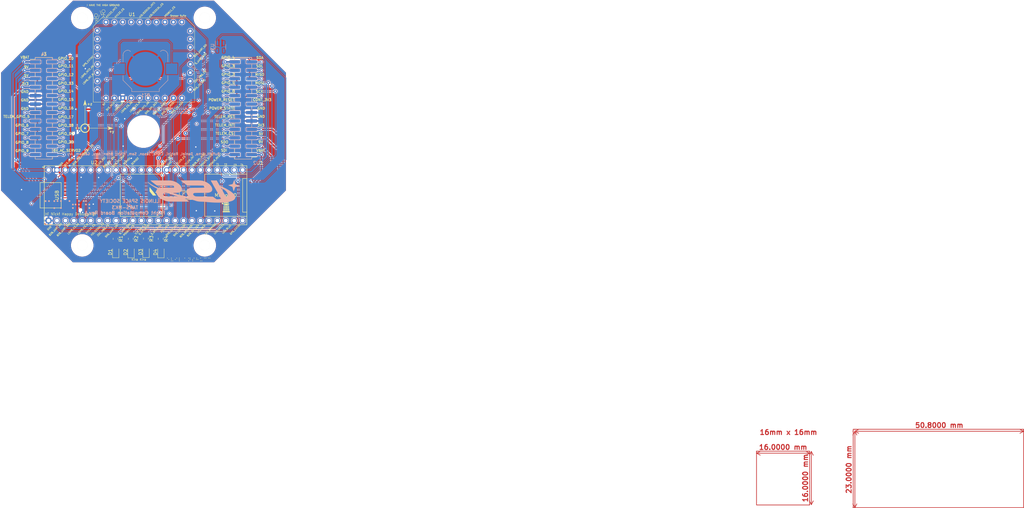
<source format=kicad_pcb>
(kicad_pcb (version 20211014) (generator pcbnew)
  (layers (0 "F.Cu" signal) (31 "B.Cu" signal) (34 "B.Paste" user) (35 "F.Paste" user) (36 "B.SilkS" user "B.Silkscreen") (37 "F.SilkS" user "F.Silkscreen") (38 "B.Mask" user) (39 "F.Mask" user) (44 "Edge.Cuts" user))
  (net 0 "")
  (net 1 "/VBAT")
  (net 2 "/TELEM_GPIO_1")
  (net 3 "/9V")
  (net 4 "/TELEM_GPIO_2")
  (net 5 "/5V")
  (net 6 "/TELEM_GPIO_3")
  (net 7 "/3V3")
  (net 8 "/TELEM_GPIO_4")
  (net 9 "/VBACKUP")
  (net 10 "GND")
  (net 11 "/TELEM_GPIO_5")
  (net 12 "/CONT_3V3")
  (net 13 "/B2B_I2C_SDA")
  (net 14 "/B2B_I2C_SCL")
  (net 15 "/B2B_GPIO_8")
  (net 16 "/B2B_SPI_SCK")
  (net 17 "/B2B_GPIO_9")
  (net 18 "/B2B_SPI_MISO")
  (net 19 "/B2B_ZOE_M8Q_BKT_CS")
  (net 20 "/B2B_SPI_MOSI")
  (net 21 "/B2B_GPIO_11")
  (net 22 "/CONT_GND")
  (net 23 "/B2B_UART_SDI")
  (net 24 "/B2B_UART_SDO")
  (net 25 "/TELEM_CS")
  (net 26 "/TELEM_INT")
  (net 27 "/TELEM_RST")
  (net 28 "/POWER_STATE")
  (net 29 "/POWER_RESET")
  (net 30 "/B2B_GPIO_12")
  (net 31 "/B2B_GPIO_13")
  (net 32 "/B2B_GPIO_14")
  (net 33 "/B2B_GPIO_15")
  (net 34 "/B2B_GPIO_16")
  (net 35 "/B2B_GPIO_17")
  (net 36 "/B2B_GPIO_18")
  (net 37 "/B2B_GPIO_19")
  (net 38 "/B2B_GPIO_20")
  (net 39 "Net-(D1-Pad2)")
  (net 40 "Net-(D2-Pad2)")
  (net 41 "Net-(D3-Pad2)")
  (net 42 "Net-(D4-Pad2)")
  (net 43 "6V_AC_SERVO1")
  (net 44 "6V_AC_SERVO2")
  (net 45 "/LED_RED")
  (net 46 "/LED_ORANGE")
  (net 47 "/LED_GREEN")
  (net 48 "/LED_BLUE")
  (net 49 "/3V3_MCU")
  (net 50 "/LSM9_CS_AG")
  (net 51 "/LSM9_INT_M")
  (net 52 "/LSM9_INT1_AG")
  (net 53 "/SNS_SPI_SCK")
  (net 54 "/SNS_SPI_MISO")
  (net 55 "/SNS_SPI_MOSI")
  (net 56 "/SNS_I2C_SDA")
  (net 57 "/SNS_I2C_SCL")
  (net 58 "/ZOE-M8Q_CS")
  (net 60 "/SNS_UART_SDO")
  (net 61 "/SNS_UART_SDI")
  (net 63 "/MS5611_CS")
  (net 64 "/H3LIS331DL_CS")
  (net 65 "/H3LIS331DL_INT1")
  (net 67 "/KX122_CS")
  (net 68 "/KX122_INT1")
  (net 70 "/GPS_EXTINT")
  (net 71 "/LSM9_INT2_AG")
  (net 74 "/LSM9_CS_M")
  (net 75 "/SERVO1")
  (net 76 "/SERVO2")
  (footprint "LED_SMD:LED_0805_2012Metric" (layer "F.Cu") (at 5.245 36.35 90)
    (fp_text reference "D4")
    (fp_text value "LED")
  )
  (footprint "Sensorsuite:General Sensor Module - 8x10 pin" (layer "F.Cu") (at 1.4 -22.8)
    (fp_text reference "U1")
    (fp_text value "ISS_SENSOR_SUITE_V_1")
  )
  (footprint "LED_SMD:LED_0805_2012Metric" (layer "F.Cu") (at -3.755 36.35 90)
    (fp_text reference "D2")
    (fp_text value "LED")
  )
  (footprint "Connector_PinHeader_2.54mm:PinHeader_2x12_P2.54mm_Vertical_SMD" (layer "F.Cu") (at 30 -7 180)
    (fp_text reference "J1")
    (fp_text value "Conn_02x12_Odd_Even")
  )
  (footprint "Resistor_SMD:R_0805_2012Metric" (layer "F.Cu") (at -3.8 32.3125 -90)
    (fp_text reference "R2")
    (fp_text value "470")
  )
  (footprint "teensy_library-master:Teensy41_bare" (layer "F.Cu") (at 0.635 19.2)
    (fp_text reference "U2")
    (fp_text value "Teensy4.1_bare")
  )
  (footprint "Resistor_SMD:R_0805_2012Metric" (layer "F.Cu") (at -8.4 32.3125 -90)
    (fp_text reference "R1")
    (fp_text value "470")
  )
  (footprint "Resistor_SMD:R_0805_2012Metric" (layer "F.Cu") (at 5.2 32.3125 -90)
    (fp_text reference "R4")
    (fp_text value "470")
  )
  (footprint "Resistor_SMD:R_0805_2012Metric" (layer "F.Cu") (at 0.74 32.2525 -90)
    (fp_text reference "R3")
    (fp_text value "470")
  )
  (footprint "LED_SMD:LED_0805_2012Metric" (layer "F.Cu") (at -8.355 36.3275 90)
    (fp_text reference "D1")
    (fp_text value "LED")
  )
  (footprint "LED_SMD:LED_0805_2012Metric" (layer "F.Cu") (at 0.77 36.29 90)
    (fp_text reference "D3")
    (fp_text value "LED")
  )
  (footprint "memes:axes" (layer "F.Cu") (at -14 -4.6)
    (fp_text reference "G***" hide)
    (fp_text value "LOGO" hide)
  )
  (footprint "memes:dalec" (layer "F.Cu") (at 24.8 22.425)
    (fp_text reference "G***" hide)
    (fp_text value "LOGO" hide)
  )
  (footprint "Connector_PinHeader_2.54mm:PinHeader_2x12_P2.54mm_Vertical_SMD" (layer "F.Cu") (at -30 -7)
    (fp_text reference "J3")
    (fp_text value "Conn_02x12_Odd_Even")
  )
  (footprint "memes:E A" (layer "F.Cu") (at 13.6 38.54)
    (fp_text reference "G***" hide)
    (fp_text value "LOGO" hide)
  )
  (footprint "memes:V" (layer "F.Cu") (at 3.35 18.02)
    (fp_text reference "G***" hide)
    (fp_text value "LOGO" hide)
  )
  (footprint "Connector_PinHeader_2.54mm:PinHeader_2x12_P2.54mm_Vertical_SMD" (layer "B.Cu") (at 30 -7)
    (fp_text reference "J2")
    (fp_text value "Conn_02x12_Odd_Even")
  )
  (footprint "Connector_PinHeader_2.54mm:PinHeader_2x12_P2.54mm_Vertical_SMD" (layer "B.Cu") (at -30 -7 180)
    (fp_text reference "J4")
    (fp_text value "Conn_02x12_Odd_Even")
  )
  (footprint "Battery:BatteryHolder_Keystone_3000_1x12mm" (layer "B.Cu") (at 0.6 -18.895)
    (fp_text reference "BT1")
    (fp_text value "CR1225")
  )
  (footprint "ISS_LOGO:ISS_LOGO_extreme small" (layer "B.Cu") (at 15.529121 18.106764 180)
    (fp_text reference "G***" hide)
    (fp_text value "LOGO" hide)
  )
  (footprint "memes:TARS MK3" (layer "B.Cu") (at -23.00471 22.319735 180)
    (fp_text reference "G***" hide)
    (fp_text value "LOGO" hide)
  )
  (footprint "Package_TO_SOT_SMD:SOT-23-5" (layer "B.Cu") (at 23.2 -25.5 -90)
    (fp_text reference "U3")
    (fp_text value "LP2985-3.0")
  )
  (gr_rect (start 213.6 113.3) (end 264.9 89.7) (layer "F.Cu") (width 0.2) (fill none))
  (gr_rect (start 200.5 96.3) (end 184.5 112.5) (layer "F.Cu") (width 0.2) (fill none))
  (gr_line (start -14.34 -34.12) (end -14.9 -33.99) (layer "F.SilkS") (width 0.1))
  (gr_line (start -13.75 -33.67) (end -13.27 -35.1) (layer "F.SilkS") (width 0.1))
  (gr_line (start -14.24 -34.14) (end -13.69 -33.86) (layer "F.SilkS") (width 0.1))
  (gr_line (start -12.6 -35.01) (end -13.08 -36.39) (layer "F.SilkS") (width 0.1))
  (gr_line (start -12.04 -35.72) (end -12.04 -34.74) (layer "F.SilkS") (width 0.1))
  (gr_line (start -14.295 -33.495) (end -14.305 -32.585) (layer "F.SilkS") (width 0.1))
  (gr_line (start -12.05 -34.77) (end -11.64 -34.31) (layer "F.SilkS") (width 0.1))
  (gr_circle (center -14.28 -35.022642) (end -13.78 -35.022642) (layer "F.SilkS") (width 0.1) (fill none))
  (gr_line (start -13.82 -33.375) (end -13.78 -33.005) (layer "F.SilkS") (width 0.1))
  (gr_line (start -12.04 -34.74) (end -12.45 -34.29) (layer "F.SilkS") (width 0.1))
  (gr_line (start -12 -35.35) (end -11.45 -35.07) (layer "F.SilkS") (width 0.1))
  (gr_line (start -14.28 -33.54) (end -13.82 -33.35) (layer "F.SilkS") (width 0.1))
  (gr_circle (center -12.04 -36.232642) (end -11.54 -36.232642) (layer "F.SilkS") (width 0.1) (fill none))
  (gr_line (start -14.28 -34.51) (end -14.28 -33.53) (layer "F.SilkS") (width 0.1))
  (gr_line (start -12.1 -35.33) (end -12.66 -35.2) (layer "F.SilkS") (width 0.1))
  (gr_line (start -42.988115 17.80626) (end -21.287337 39.53) (layer "Edge.Cuts") (width 0.01))
  (gr_line (start 42.988115 17.80626) (end 42.988115 -17.80626) (layer "Edge.Cuts") (width 0.01))
  (gr_circle (center -18.442536 -34.247282) (end -16.892536 -34.247282) (layer "Edge.Cuts") (width 0.01) (fill none))
  (gr_line (start -21.287337 -39.53) (end -42.988115 -17.80626) (layer "Edge.Cuts") (width 0.01))
  (gr_circle (center 0 0) (end 4.8125 0) (layer "Edge.Cuts") (width 0.01) (fill none))
  (gr_circle (center -18.442536 34.247282) (end -16.892536 34.247282) (layer "Edge.Cuts") (width 0.01) (fill none))
  (gr_line (start 21.287337 39.53) (end 42.988115 17.80626) (layer "Edge.Cuts") (width 0.01))
  (gr_line (start -42.988115 -17.80626) (end -42.988115 17.80626) (layer "Edge.Cuts") (width 0.01))
  (gr_line (start 21.287337 39.53) (end -21.287337 39.53) (layer "Edge.Cuts") (width 0.01))
  (gr_circle (center 18.442536 -34.247282) (end 20.042536 -34.247282) (layer "Edge.Cuts") (width 0.01) (fill none))
  (gr_line (start 42.988115 -17.80626) (end 21.287337 -39.53) (layer "Edge.Cuts") (width 0.01))
  (gr_circle (center 18.442536 34.247282) (end 19.992536 34.247282) (layer "Edge.Cuts") (width 0.01) (fill none))
  (gr_line (start 21.287337 -39.53) (end -21.287337 -39.53) (layer "Edge.Cuts") (width 0.01))
  (gr_text "16mm x 16mm" (at 194.1 90.6) (layer "F.Cu") (effects (font (size 1.5 1.5) (thickness 0.3))))
  (gr_text "Got questioned by border patrol for carrying a Teensy - Lord Ayberk" (at -0.025 28.8) (layer "B.SilkS") (effects (font (size 0.5 0.5) (thickness 0.1)) (justify mirror)))
  (gr_text "ILLINOIS SPACE SOCIETY" (at -3.95 20.95) (layer "B.SilkS") (effects (font (size 1 1) (thickness 0.2)) (justify mirror)))
  (gr_text "TARS-MK3\nFlight Computation Board Rev.A" (at -5.55 23.7) (layer "B.SilkS") (effects (font (size 1 1) (thickness 0.2)) (justify mirror)))
  (gr_text "Buffett, Arna, Daniel, Rohini, Eisha, Jason, Sam, Rishi, Brian, Alex, Gautam, Ary" (at 0.025 6.75) (layer "B.SilkS") (effects (font (size 0.75 0.75)) (justify mirror)))
  (gr_text "GPIO_0" (at 25.42 -12.12) (layer "F.SilkS") (effects (font (size 0.75 0.75))))
  (gr_text "3V3" (at -35.625743 -14.405) (layer "F.SilkS") (effects (font (size 0.75 0.75))))
  (gr_text "POWER_STATE" (at 23.57 -7.01) (layer "F.SilkS") (effects (font (size 0.75 0.75))))
  (gr_text "GPIO_4" (at 25.42 -22.32) (layer "F.SilkS") (effects (font (size 0.75 0.75))))
  (gr_text "TELEM_INT" (at 24.38 -1.92) (layer "F.SilkS") (effects (font (size 0.75 0.75))))
  (gr_text "GPIO_14" (at -23.3756 -12.1462) (layer "F.SilkS") (effects (font (size 0.75 0.75))))
  (gr_text "LSM9_INT_M" (at -16.637 -15.8242 45) (layer "F.SilkS") (effects (font (size 0.5 0.5) (thickness 0.1))))
  (gr_text "TELEM_CS" (at 24.38 0.58) (layer "F.SilkS") (effects (font (size 0.75 0.75))))
  (gr_text "LED_ORANGE" (at 20.1168 29.3624 45) (layer "F.SilkS") (effects (font (size 0.5 0.5) (thickness 0.1))))
  (gr_text "GPIO_11\n" (at -23.3756 -19.7496) (layer "F.SilkS") (effects (font (size 0.75 0.75))))
  (gr_text "SDI" (at 24.25 5.67) (layer "F.SilkS") (effects (font (size 0.75 0.75))))
  (gr_text "GPIO_20" (at -23.3756 3.17) (layer "F.SilkS") (effects (font (size 0.75 0.75))))
  (gr_text "ZOE_M8Q_CS" (at -12.192 29.7688 45) (layer "F.SilkS") (effects (font (size 0.5 0.5) (thickness 0.1))))
  (gr_text "GND" (at -35.732885 -6.885) (layer "F.SilkS") (effects (font (size 0.75 0.75))))
  (gr_text "GND" (at -28.3464 29.1084 45) (layer "F.SilkS") (effects (font (size 0.5 0.5) (thickness 0.1))))
  (gr_text "TELEM_CS" (at 11.2268 8.6868 45) (layer "F.SilkS") (effects (font (size 0.5 0.5) (thickness 0.1))))
  (gr_text "GPIO_12\n\n" (at -23.3756 -16.4896) (layer "F.SilkS") (effects (font (size 0.75 0.75))))
  (gr_text "VBAT" (at 35.26 5.72) (layer "F.SilkS") (effects (font (size 0.75 0.75))))
  (gr_text "LSM9_CS_AG" (at -21.1328 29.2608 45) (layer "F.SilkS") (effects (font (size 0.5 0.5) (thickness 0.1))))
  (gr_text "3V3_MCU" (at 6.35 29.21 45) (layer "F.SilkS") (effects (font (size 0.5 0.5) (thickness 0.1))))
  (gr_text "9V" (at 35.29 3.13) (layer "F.SilkS") (effects (font (size 0.75 0.75))))
  (gr_text "SNS_I2C_SCL" (at 16.891 -14.0716 45) (layer "F.SilkS") (effects (font (size 0.5 0.5) (thickness 0.1))))
  (gr_text "GPIO_1" (at 25.44 -14.66) (layer "F.SilkS") (effects (font (size 0.75 0.75))))
  (gr_text "+z\n" (at -16.2 -8.3) (layer "F.SilkS") (effects (font (size 0.75 0.75))))
  (gr_text "B2B_UART_SDI" (at -26.4668 29.464 45) (layer "F.SilkS") (effects (font (size 0.5 0.5) (thickness 0.1))))
  (gr_text "LED_BLUE" (at 25.0444 29.4132 45) (layer "F.SilkS") (effects (font (size 0.5 0.5) (thickness 0.1))))
  (gr_text "S_UART_SDO" (at -5.588 29.2608 45) (layer "F.SilkS") (effects (font (size 0.5 0.5) (thickness 0.1))))
  (gr_text "Kira Kira" (at -1.4 38.575) (layer "F.SilkS") (effects (font (size 0.65 0.65) (thickness 0.1))))
  (gr_text "GND" (at -35.732885 -9.455) (layer "F.SilkS") (effects (font (size 0.75 0.75))))
  (gr_text "GPIO_3" (at 25.42 -19.74) (layer "F.SilkS") (effects (font (size 0.75 0.75))))
  (gr_text "TELEM_RST" (at 24.32 -4.47) (layer "F.SilkS") (effects (font (size 0.75 0.75))))
  (gr_text "SNS_UART_SDI" (at 17.145 -24.384 45) (layer "F.SilkS") (effects (font (size 0.5 0.5) (thickness 0.1))))
  (gr_text "9V" (at -35.2686 -19.445) (layer "F.SilkS") (effects (font (size 0.75 0.75))))
  (gr_text "POWER_RESET" (at 23.46 -9.54) (layer "F.SilkS") (effects (font (size 0.75 0.75))))
  (gr_text "GPIO_18" (at -23.3756 -1.8592) (layer "F.SilkS") (effects (font (size 0.75 0.75))))
  (gr_text "MS5611_CS" (at 7.91 -36.1 45) (layer "F.SilkS") (effects (font (size 0.5 0.5) (thickness 0.1))))
  (gr_text "H3LIS331DL_INT1" (at 1.12 -36.69 45) (layer "F.SilkS") (effects (font (size 0.5 0.5) (thickness 0.1))))
  (gr_text "TELEM_GPIO_5" (at -38.2346 -4.505) (layer "F.SilkS") (effects (font (size 0.75 0.75))))
  (gr_text "POWER_STATE" (at 19.05 8.5852 45) (layer "F.SilkS") (effects (font (size 0.5 0.5) (thickness 0.1))))
  (gr_text "B2B_SPI_MISO" (at 16.7132 8.4328 45) (layer "F.SilkS") (effects (font (size 0.5 0.5) (thickness 0.1))))
  (gr_text "KX122_CS" (at -15.9512 29.3116 45) (layer "F.SilkS") (effects (font (size 0.5 0.5) (thickness 0.1))))
  (gr_text "ZOE_M8Q_CS" (at 17.0688 -16.5608 45) (layer "F.SilkS") (effects (font (size 0.5 0.5) (thickness 0.1))))
  (gr_text "3V3_MCU" (at -22.606 9.144 45) (layer "F.SilkS") (effects (font (size 0.5 0.5) (thickness 0.1))))
  (gr_text "6V_AC_SERVO2" (at -23.02 5.71) (layer "F.SilkS") (effects (font (size 0.75 0.75))))
  (gr_text "SNS_I2C_SDA" (at 10.1092 -7.1628 45) (layer "F.SilkS") (effects (font (size 0.5 0.5) (thickness 0.1))))
  (gr_text "Hi Nick! Happy Debugging!" (at -22 24.85) (layer "F.SilkS") (effects (font (size 0.75 0.75) (thickness 0.1))))
  (gr_text "B2B_SPI_MOSI" (at 12.8524 29.972 45) (layer "F.SilkS") (effects (font (size 0.5 0.5) (thickness 0.1))))
  (gr_text "SERVO1" (at -4.9784 8.89 45) (layer "F.SilkS") (effects (font (size 0.5 0.5) (thickness 0.1))))
  (gr_text "5V" (at -30.0228 10.668 45) (layer "F.SilkS") (effects (font (size 0.5 0.5) (thickness 0.1))))
  (gr_text "TELEM_INT" (at 13.8176 8.7376 45) (layer "F.SilkS") (effects (font (size 0.5 0.5) (thickness 0.1))))
  (gr_text "SDO" (at 24.38 3.19) (layer "F.SilkS") (effects (font (size 0.75 0.75))))
  (gr_text "LSM9_INT1_AG" (at -0.254 -7.0104 45) (layer "F.SilkS") (effects (font (size 0.5 0.5) (thickness 0.1))))
  (gr_text "S_UART_SDO" (at 17.272 -21.971 45) (layer "F.SilkS") (effects (font (size 0.5 0.5) (thickness 0.1))))
  (gr_text "GPIO_13" (at -23.3756 -14.5338) (layer "F.SilkS") (effects (font (size 0.75 0.75))))
  (gr_text "SNS_UART_SDI" (at -9.6012 29.972 45) (layer "F.SilkS") (effects (font (size 0.5 0.5) (thickness 0.1))))
  (gr_text "T1" (at 22.352 9.8552) (layer "F.SilkS") (effects (font (size 0.5 0.5) (thickness 0.1))))
  (gr_text "POWER_RESET" (at 21.6408 8.4836 45) (layer "F.SilkS") (effects (font (size 0.5 0.5) (thickness 0.1))))
  (gr_text "GPIO_15" (at -23.3756 -9.6316) (layer "F.SilkS") (effects (font (size 0.75 0.75))))
  (gr_text "SERVO2" (at -2.54 8.9408 45) (layer "F.SilkS") (effects (font (size 0.5 0.5) (thickness 0.1))))
  (gr_text "SCK" (at 34.95 -12.07) (layer "F.SilkS") (effects (font (size 0.75 0.75))))
  (gr_text "CONT_3V3" (at 35.72 -9.57) (layer "F.SilkS") (effects (font (size 0.75 0.75))))
  (gr_text "S_SPI_MOSI" (at 0.2032 29.5656 45) (layer "F.SilkS") (effects (font (size 0.5 0.5) (thickness 0.1))))
  (gr_text "GPIO_16" (at -23.38 -7.06) (layer "F.SilkS") (effects (font (size 0.75 0.75))))
  (gr_text "T2" (at 24.7396 9.9568) (layer "F.SilkS") (effects (font (size 0.5 0.5) (thickness 0.1))))
  (gr_text "GPIO_6" (at -36.554314 -1.875) (layer "F.SilkS") (effects (font (size 0.75 0.75))))
  (gr_text "B2B_I2C_SDA" (at -7.5184 8.89 45) (layer "F.SilkS") (effects (font (size 0.5 0.5) (thickness 0.1))))
  (gr_text "LSM9_INT2_AG" (at -16.9418 -18.0086 45) (layer "F.SilkS") (effects (font (size 0.5 0.5) (thickness 0.1))))
  (gr_text "MOSI" (at 34.98 -14.62) (layer "F.SilkS") (effects (font (size 0.75 0.75))))
  (gr_text "SNS_I2C_SDA" (at 10.8204 29.7688 45) (layer "F.SilkS") (effects (font (size 0.5 0.5) (thickness 0.1))))
  (gr_text "GPIO_19" (at -23.3756 0.6554) (layer "F.SilkS") (effects (font (size 0.75 0.75))))
  (gr_text "SDA" (at 35.04 -22.23) (layer "F.SilkS") (effects (font (size 0.75 0.75))))
  (gr_text "I HAVE THE HIGH GROUND" (at -12.11 -38.06) (layer "F.SilkS") (effects (font (size 0.5 0.5) (thickness 0.1))))
  (gr_text "SNS_SPI_MISO" (at 4.7752 -6.9088 45) (layer "F.SilkS") (effects (font (size 0.5 0.5) (thickness 0.1))))
  (gr_text "GPIO_10" (at -23.3756 -22.0096) (layer "F.SilkS") (effects (font (size 0.75 0.75))))
  (gr_text "GPIO_7" (at -36.554314 0.655) (layer "F.SilkS") (effects (font (size 0.75 0.75))))
  (gr_text "B2B_UART_SDO" (at -24.0284 29.5148 45) (layer "F.SilkS") (effects (font (size 0.5 0.5) (thickness 0.1))))
  (gr_text "VBAT" (at -35.6946 -22.357) (layer "F.SilkS") (effects (font (size 0.75 0.75))))
  (gr_text "KX122_INT1" (at -9.64 -35.95 45) (layer "F.SilkS") (effects (font (size 0.5 0.5) (thickness 0.1))))
  (gr_text "T4" (at 29.6164 10.0076) (layer "F.SilkS") (effects (font (size 0.5 0.5) (thickness 0.1))))
  (gr_text "B2B_ZOE-M8Q_BKT_CS" (at -18.18 6.99 45) (layer "F.SilkS") (effects (font (size 0.5 0.5) (thickness 0.1))))
  (gr_text "B2B_I2C_SDL" (at -10.3632 9.144 45) (layer "F.SilkS") (effects (font (size 0.5 0.5) (thickness 0.1))))
  (gr_text "SNS_SPI_MOSI" (at 7.3152 -6.9596 45) (layer "F.SilkS") (effects (font (size 0.5 0.5) (thickness 0.1))))
  (gr_text "B2B_SPI_SCK\n" (at 14.9352 29.8196 45) (layer "F.SilkS") (effects (font (size 0.5 0.5) (thickness 0.1))))
  (gr_text "T3" (at 27.5844 10.0584) (layer "F.SilkS") (effects (font (size 0.5 0.5) (thickness 0.1))))
  (gr_text "5V" (at 35.35 0.67) (layer "F.SilkS") (effects (font (size 0.75 0.75))))
  (gr_text "GPIO_9" (at -36.554314 5.805) (layer "F.SilkS") (effects (font (size 0.75 0.75))))
  (gr_text "SDL" (at 34.97 -19.73) (layer "F.SilkS") (effects (font (size 0.75 0.75))))
  (gr_text "MISO" (at 34.97 -17.17) (layer "F.SilkS") (effects (font (size 0.75 0.75))))
  (gr_text "SNS_SPI_SCK" (at 2.286 -7.0612 45) (layer "F.SilkS") (effects (font (size 0.5 0.5) (thickness 0.1))))
  (gr_text "H3LIS331DL_CS" (at 3.82 -36.53 45) (layer "F.SilkS") (effects (font (size 0.5 0.5) (thickness 0.1))))
  (gr_text "VBACKUP" (at -7.366 -7.5184 45) (layer "F.SilkS") (effects (font (size 0.5 0.5) (thickness 0.1))))
  (gr_text "SNS_I2C_SCL" (at 8.5344 29.6672 45) (layer "F.SilkS") (effects (font (size 0.5 0.5) (thickness 0.1))))
  (gr_text "LSM9_CS_M" (at -18.2372 29.2608 45) (layer "F.SilkS") (effects (font (size 0.5 0.5) (thickness 0.1))))
  (gr_text "LED_GREEN\n" (at 22.7584 29.3624 45) (layer "F.SilkS") (effects (font (size 0.5 0.5) (thickness 0.1))))
  (gr_text "+y" (at -9.6 0) (layer "F.SilkS") (effects (font (size 0.75 0.75))))
  (gr_text "GND" (at 7.8232 9.6012 45) (layer "F.SilkS") (effects (font (size 0.5 0.5) (thickness 0.1))))
  (gr_text "GPS_EXTINT" (at 27.6352 29.464 45) (layer "F.SilkS") (effects (font (size 0.5 0.5) (thickness 0.1))))
  (gr_text "GND" (at 35.38 -4.52) (layer "F.SilkS") (effects (font (size 0.75 0.75))))
  (gr_text "Snesor Suite" (at 10.47 -34.86) (layer "F.SilkS") (effects (font (size 0.5 0.5) (thickness 0.1))))
  (gr_text "+x" (at -19.9 -1.1) (layer "F.SilkS") (effects (font (size 0.75 0.75))))
  (gr_text "GND" (at -24.8412 9.906 45) (layer "F.SilkS") (effects (font (size 0.5 0.5) (thickness 0.1))))
  (gr_text "GPIO_17" (at -23.3756 -4.3738) (layer "F.SilkS") (effects (font (size 0.75 0.75))))
  (gr_text "3V3_MCU" (at -10.0076 -7.5184 45) (layer "F.SilkS") (effects (font (size 0.5 0.5) (thickness 0.1))))
  (gr_text "5V" (at -35.2686 -16.875) (layer "F.SilkS") (effects (font (size 0.75 0.75))))
  (gr_text "LSM9_CS_AG" (at -5.08 -7.3152 45) (layer "F.SilkS") (effects (font (size 0.5 0.5) (thickness 0.1))))
  (gr_text "LSM9_CS_M" (at -2.5908 -7.4168 45) (layer "F.SilkS") (effects (font (size 0.5 0.5) (thickness 0.1))))
  (gr_text "GPS_EXTINT" (at -16.6624 -21.1582 45) (layer "F.SilkS") (effects (font (size 0.5 0.5) (thickness 0.1))))
  (gr_text "SNS_SPI_SCK" (at 6.8072 8.7884 45) (layer "F.SilkS") (effects (font (size 0.5 0.5) (thickness 0.1))))
  (gr_text "LED_RED\n" (at 17.3736 29.3624 45) (layer "F.SilkS") (effects (font (size 0.5 0.5) (thickness 0.1))))
  (gr_text "TLM_GPIO_S" (at -0.9144 29.464 45) (layer "F.SilkS") (effects (font (size 0.5 0.5) (thickness 0.1))))
  (gr_text "GPIO_2" (at 25.44 -17.2) (layer "F.SilkS") (effects (font (size 0.75 0.75))))
  (gr_text "TELEM_RST" (at -12.8524 9.144 45) (layer "F.SilkS") (effects (font (size 0.5 0.5) (thickness 0.1))))
  (gr_text "H2LIS33DL_CS" (at -13.8684 29.4132 45) (layer "F.SilkS") (effects (font (size 0.5 0.5) (thickness 0.1))))
  (gr_text "3V3" (at 35.35 -1.9) (layer "F.SilkS") (effects (font (size 0.75 0.75))))
  (gr_text "KX122_CS" (at -7.2136 -35.7124 45) (layer "F.SilkS") (effects (font (size 0.5 0.5) (thickness 0.1))))
  (gr_text "GND" (at -35.732885 -11.995) (layer "F.SilkS") (effects (font (size 0.75 0.75))))
  (gr_text "GPIO_8" (at -36.554314 3.285) (layer "F.SilkS") (effects (font (size 0.75 0.75))))
  (gr_text "S_SPI_MISO" (at 3.8608 29.5148 45) (layer "F.SilkS") (effects (font (size 0.5 0.5) (thickness 0.1))))
  (gr_text "GND" (at 35.44 -6.99) (layer "F.SilkS") (effects (font (size 0.75 0.75))))
  (gr_text "5V" (at -11.8872 -8.2296 45) (layer "F.SilkS") (effects (font (size 0.5 0.5) (thickness 0.1))))
  (gr_text "MS5611_CS" (at -4.4704 29.7688 45) (layer "F.SilkS") (effects (font (size 0.5 0.5) (thickness 0.1))))
  (dimension (type aligned) (layer "F.Cu") (pts (xy 201 112.4) (xy 201 96.4)) (height 0) (gr_text "16.0000 mm" (at 199.2 104.4 90) (layer "F.Cu") (effects (font (size 1.5 1.5) (thickness 0.3)))) (format (units 3) (units_format 1) (precision 4)) (style (thickness 0.2) (arrow_length 1.27) (text_position_mode 0) (extension_height 0.58642) (extension_offset 0.5) keep_text_aligned))
  (dimension (type aligned) (layer "F.Cu") (pts (xy 184.5 96.9) (xy 200.5 96.9)) (height 0) (gr_text "16.0000 mm" (at 192.5 95.1) (layer "F.Cu") (effects (font (size 1.5 1.5) (thickness 0.3)))) (format (units 3) (units_format 1) (precision 4)) (style (thickness 0.2) (arrow_length 1.27) (text_position_mode 0) (extension_height 0.58642) (extension_offset 0.5) keep_text_aligned))
  (dimension (type aligned) (layer "F.Cu") (pts (xy 214.1 90.3) (xy 264.9 90.3)) (height 0) (gr_text "50.8000 mm" (at 239.5 88.5) (layer "F.Cu") (effects (font (size 1.5 1.5) (thickness 0.3)))) (format (units 3) (units_format 1) (precision 4)) (style (thickness 0.2) (arrow_length 1.27) (text_position_mode 0) (extension_height 0.58642) (extension_offset 0.5) keep_text_aligned))
  (dimension (type aligned) (layer "F.Cu") (pts (xy 214.1 113.3) (xy 214.1 90.3)) (height 0) (gr_text "23.0000 mm" (at 212.3 101.8 90) (layer "F.Cu") (effects (font (size 1.5 1.5) (thickness 0.3)))) (format (units 3) (units_format 1) (precision 4)) (style (thickness 0.2) (arrow_length 1.27) (text_position_mode 0) (extension_height 0.58642) (extension_offset 0.5) keep_text_aligned))
  (via (at 16 -2.3) (size 0.8) (drill 0.4) (layers "F.Cu" "B.Cu") (net 0))
  (via (at -2.85 -6.9) (size 0.8) (drill 0.4) (layers "F.Cu" "B.Cu") (net 0))
  (via (at 7.8 24.75) (size 0.8) (drill 0.4) (layers "F.Cu" "B.Cu") (net 0))
  (via (at -8.05 -7.75) (size 0.8) (drill 0.4) (layers "F.Cu" "B.Cu") (net 0))
  (segment (start -29.7976 14.5) (end -28.448 15.8496) (width 0.5) (layer "F.Cu") (net 1))
  (segment (start 32.525 6.97) (end 35.48 6.97) (width 0.5) (layer "F.Cu") (net 1))
  (segment (start 31.5504 15.8496) (end 35.49 11.91) (width 0.5) (layer "F.Cu") (net 1))
  (segment (start -28.448 15.8496) (end 31.5504 15.8496) (width 0.5) (layer "F.Cu") (net 1))
  (segment (start -32.525 -20.97) (end -35.77 -20.97) (width 0.5) (layer "F.Cu") (net 1))
  (segment (start -29.8 14.5) (end -29.7976 14.5) (width 0.5) (layer "F.Cu") (net 1))
  (segment (start 35.48 6.97) (end 35.49 6.96) (width 0.5) (layer "F.Cu") (net 1))
  (segment (start -35.77 -20.97) (end -35.78 -20.98) (width 0.5) (layer "F.Cu") (net 1))
  (segment (start 35.49 11.91) (end 35.49 6.96) (width 0.5) (layer "F.Cu") (net 1))
  (via (at 35.49 6.96) (size 1) (drill 0.4) (layers "F.Cu" "B.Cu") (net 1))
  (via (at -35.78 -20.98) (size 1) (drill 0.4) (layers "F.Cu" "B.Cu") (net 1))
  (via (at -29.8 14.5) (size 1) (drill 0.4) (layers "F.Cu" "B.Cu") (net 1))
  (via (at 32.45 14.95) (size 0.8) (drill 0.4) (layers "F.Cu" "B.Cu") (net 1))
  (segment (start -32.525 -20.97) (end -35.77 -20.97) (width 0.5) (layer "B.Cu") (net 1))
  (segment (start 32.45 14.95) (end 36.35 14.95) (width 0.25) (layer "B.Cu") (net 1))
  (segment (start 23.6 -29.2) (end 22.25 -27.85) (width 0.25) (layer "B.Cu") (net 1))
  (segment (start 29.8 -29.2) (end 23.6 -29.2) (width 0.25) (layer "B.Cu") (net 1))
  (segment (start -29.8 14.5) (end -29.837689 14.462311) (width 0.5) (layer "B.Cu") (net 1))
  (segment (start 36.35 14.95) (end 42.863095 8.436905) (width 0.25) (layer "B.Cu") (net 1))
  (segment (start -29.837689 14.462311) (end -35.626489 14.462311) (width 0.5) (layer "B.Cu") (net 1))
  (segment (start 22.25 -27.85) (end 22.25 -26.6375) (width 0.25) (layer "B.Cu") (net 1))
  (segment (start -39.2684 -17.4916) (end -35.78 -20.98) (width 0.5) (layer "B.Cu") (net 1))
  (segment (start -35.626489 14.462311) (end -39.2684 10.8204) (width 0.5) (layer "B.Cu") (net 1))
  (segment (start 42.863095 8.436905) (end 42.863095 -16.136905) (width 0.25) (layer "B.Cu") (net 1))
  (segment (start -39.2684 10.8204) (end -39.2684 -17.4916) (width 0.5) (layer "B.Cu") (net 1))
  (segment (start 42.863095 -16.136905) (end 29.8 -29.2) (width 0.25) (layer "B.Cu") (net 1))
  (segment (start 32.535 6.96) (end 32.525 6.97) (width 0.5) (layer "B.Cu") (net 1))
  (segment (start -35.77 -20.97) (end -35.78 -20.98) (width 0.5) (layer "B.Cu") (net 1))
  (segment (start 35.49 6.96) (end 32.535 6.96) (width 0.5) (layer "B.Cu") (net 1))
  (segment (start 39.6748 -12.1412) (end 39.58088 -12.04728) (width 0.25) (layer "F.Cu") (net 2))
  (segment (start 28.71228 -12.04728) (end 27.475 -10.81) (width 0.25) (layer "F.Cu") (net 2))
  (segment (start 24.21 -10.81) (end 27.475 -10.81) (width 0.25) (layer "F.Cu") (net 2))
  (segment (start 39.58088 -12.04728) (end 28.71228 -12.04728) (width 0.25) (layer "F.Cu") (net 2))
  (via (at 39.6748 -12.1412) (size 1) (drill 0.4) (layers "F.Cu" "B.Cu") (net 2))
  (via (at 24.21 -10.81) (size 0.8) (drill 0.4) (layers "F.Cu" "B.Cu") (net 2))
  (segment (start 33.107767 13.603551) (end 39.6748 7.036518) (width 0.25) (layer "B.Cu") (net 2))
  (segment (start 24.248551 13.603551) (end 33.107767 13.603551) (width 0.25) (layer "B.Cu") (net 2))
  (segment (start 22.225 11.58) (end 24.248551 13.603551) (width 0.25) (layer "B.Cu") (net 2))
  (segment (start 39.6748 7.036518) (end 39.6748 -12.1412) (width 0.25) (layer "B.Cu") (net 2))
  (segment (start 27.475 -10.81) (end 24.21 -10.81) (width 0.25) (layer "B.Cu") (net 2))
  (segment (start 38.65 7.627) (end 38.65 10.6768) (width 0.5) (layer "F.Cu") (net 3))
  (segment (start -35.75 -18.52) (end -35.75 -18.425) (width 0.5) (layer "F.Cu") (net 3))
  (segment (start 35.453 4.43) (end 38.65 7.627) (width 0.5) (layer "F.Cu") (net 3))
  (segment (start -29.868211 16.9672) (end -38.301011 8.5344) (width 0.5) (layer "F.Cu") (net 3))
  (segment (start -32.525 -18.43) (end -35.745 -18.43) (width 0.5) (layer "F.Cu") (net 3))
  (segment (start 38.65 10.6768) (end 32.3596 16.9672) (width 0.5) (layer "F.Cu") (net 3))
  (segment (start 32.338 4.43) (end 35.453 4.43) (width 0.5) (layer "F.Cu") (net 3))
  (segment (start 32.3596 16.9672) (end -29.868211 16.9672) (width 0.5) (layer "F.Cu") (net 3))
  (segment (start -35.745 -18.43) (end -35.75 -18.425) (width 0.5) (layer "F.Cu") (net 3))
  (via (at -38.301011 8.5344) (size 1) (drill 0.4) (layers "F.Cu" "B.Cu") (net 3))
  (via (at 35.453 4.43) (size 0.8) (drill 0.4) (layers "F.Cu" "B.Cu") (net 3))
  (via (at -35.75 -18.425) (size 1) (drill 0.4) (layers "F.Cu" "B.Cu") (net 3))
  (segment (start -32.53 -18.425) (end -32.525 -18.43) (width 0.5) (layer "B.Cu") (net 3))
  (segment (start -35.75 -18.425) (end -32.53 -18.425) (width 0.5) (layer "B.Cu") (net 3))
  (segment (start 32.525 4.43) (end 35.453 4.43) (width 0.5) (layer "B.Cu") (net 3))
  (segment (start -38.301011 -15.873989) (end -35.75 -18.425) (width 0.5) (layer "B.Cu") (net 3))
  (segment (start -38.301011 8.5344) (end -38.301011 -15.873989) (width 0.5) (layer "B.Cu") (net 3))
  (segment (start 28.525 -14.4) (end 27.475 -13.35) (width 0.25) (layer "F.Cu") (net 4))
  (segment (start 27.475 -13.35) (end 24.21 -13.35) (width 0.25) (layer "F.Cu") (net 4))
  (segment (start 27.909022 -13.35) (end 27.475 -13.35) (width 0.5) (layer "F.Cu") (net 4))
  (segment (start 35.427614 -14.4) (end 28.525 -14.4) (width 0.25) (layer "F.Cu") (net 4))
  (segment (start 36.111614 -13.716) (end 35.427614 -14.4) (width 0.25) (layer "F.Cu") (net 4))
  (segment (start 38.6588 -13.716) (end 36.111614 -13.716) (width 0.25) (layer "F.Cu") (net 4))
  (via (at 24.21 -13.35) (size 0.8) (drill 0.4) (layers "F.Cu" "B.Cu") (net 4))
  (via (at 38.6588 -13.716) (size 1) (drill 0.4) (layers "F.Cu" "B.Cu") (net 4))
  (segment (start 26.339031 13.154031) (end 32.921569 13.154031) (width 0.25) (layer "B.Cu") (net 4))
  (segment (start 38.6588 7.4168) (end 38.6588 -13.716) (width 0.25) (layer "B.Cu") (net 4))
  (segment (start 24.21 -13.35) (end 27.475 -13.35) (width 0.25) (layer "B.Cu") (net 4))
  (segment (start 32.921569 13.154031) (end 38.6588 7.4168) (width 0.25) (layer "B.Cu") (net 4))
  (segment (start 24.765 11.58) (end 26.339031 13.154031) (width 0.25) (layer "B.Cu") (net 4))
  (segment (start 36.8912 1.89) (end 35.453 1.89) (width 0.5) (layer "F.Cu") (net 5))
  (segment (start 35.453 1.89) (end 32.338 1.89) (width 0.5) (layer "F.Cu") (net 5))
  (segment (start -30.6832 18.034) (end 35.4584 18.034) (width 0.5) (layer "F.Cu") (net 5))
  (segment (start 40.7416 5.7404) (end 36.8912 1.89) (width 0.5) (layer "F.Cu") (net 5))
  (segment (start -37.273002 11.473002) (end -37.244198 11.473002) (width 0.5) (layer "F.Cu") (net 5))
  (segment (start -31.235 -14.6) (end -32.525 -15.89) (width 0.25) (layer "F.Cu") (net 5))
  (segment (start 35.4584 18.034) (end 40.7416 12.7508) (width 0.5) (layer "F.Cu") (net 5))
  (segment (start -32.525 -15.89) (end -35.894 -15.89) (width 0.5) (layer "F.Cu") (net 5))
  (segment (start -37.244198 11.473002) (end -30.6832 18.034) (width 0.5) (layer "F.Cu") (net 5))
  (segment (start 40.7416 12.7508) (end 40.7416 5.7404) (width 0.5) (layer "F.Cu") (net 5))
  (segment (start -16.8 -10.1) (end -21.3 -14.6) (width 0.25) (layer "F.Cu") (net 5))
  (segment (start -11.3 -10.1) (end -16.8 -10.1) (width 0.25) (layer "F.Cu") (net 5))
  (segment (start -21.3 -14.6) (end -31.235 -14.6) (width 0.25) (layer "F.Cu") (net 5))
  (via (at 35.453 1.89) (size 0.8) (drill 0.4) (layers "F.Cu" "B.Cu") (net 5))
  (via (at -37.273002 11.473002) (size 1) (drill 0.4) (layers "F.Cu" "B.Cu") (net 5))
  (via (at -35.894 -15.89) (size 1) (drill 0.4) (layers "F.Cu" "B.Cu") (net 5))
  (segment (start 32.525 1.89) (end 35.453 1.89) (width 0.5) (layer "B.Cu") (net 5))
  (segment (start -32.525 -15.89) (end -35.894 -15.89) (width 0.5) (layer "B.Cu") (net 5))
  (segment (start -37.351511 11.365689) (end -37.351511 -14.432489) (width 0.5) (layer "B.Cu") (net 5))
  (segment (start -32.525 -15.89) (end -34.6 -15.89) (width 0.5) (layer "B.Cu") (net 5))
  (segment (start -37.351511 -14.432489) (end -35.894 -15.89) (width 0.5) (layer "B.Cu") (net 5))
  (segment (start -37.273002 11.473002) (end -37.166004 11.58) (width 0.5) (layer "B.Cu") (net 5))
  (segment (start -37.273002 11.444198) (end -37.351511 11.365689) (width 0.5) (layer "B.Cu") (net 5))
  (segment (start -37.273002 11.473002) (end -37.273002 11.444198) (width 0.5) (layer "B.Cu") (net 5))
  (segment (start -37.166004 11.58) (end -28.575 11.58) (width 0.5) (layer "B.Cu") (net 5))
  (segment (start 28.465 -14.9) (end 27.475 -15.89) (width 0.25) (layer "F.Cu") (net 6))
  (segment (start 24.21 -15.89) (end 27.475 -15.89) (width 0.25) (layer "F.Cu") (net 6))
  (segment (start 37.592 -14.732) (end 37.424 -14.9) (width 0.25) (layer "F.Cu") (net 6))
  (segment (start 37.424 -14.9) (end 28.465 -14.9) (width 0.25) (layer "F.Cu") (net 6))
  (via (at 24.21 -15.89) (size 0.8) (drill 0.4) (layers "F.Cu" "B.Cu") (net 6))
  (via (at 37.592 -14.732) (size 1) (drill 0.4) (layers "F.Cu" "B.Cu") (net 6))
  (segment (start 27.909022 -15.89) (end 27.475 -15.89) (width 0.5) (layer "B.Cu") (net 6))
  (segment (start 37.592 7.8232) (end 37.592 -14.732) (width 0.25) (layer "B.Cu") (net 6))
  (segment (start 32.710689 12.704511) (end 37.592 7.8232) (width 0.25) (layer "B.Cu") (net 6))
  (segment (start 27.305 11.58) (end 28.429511 12.704511) (width 0.25) (layer "B.Cu") (net 6))
  (segment (start 27.475 -15.89) (end 24.21 -15.89) (width 0.25) (layer "B.Cu") (net 6))
  (segment (start 28.429511 12.704511) (end 32.710689 12.704511) (width 0.25) (layer "B.Cu") (net 6))
  (segment (start 36.2204 19.1516) (end -37.2484 19.1516) (width 0.5) (layer "F.Cu") (net 7))
  (segment (start 32.338 -0.65) (end 35.453 -0.65) (width 0.5) (layer "F.Cu") (net 7))
  (segment (start 38.8216 -0.65) (end 42.0116 2.54) (width 0.5) (layer "F.Cu") (net 7))
  (segment (start 42.0116 13.3604) (end 36.2204 19.1516) (width 0.5) (layer "F.Cu") (net 7))
  (segment (start -32.525 -13.35) (end -36.402 -13.35) (width 0.5) (layer "F.Cu") (net 7))
  (segment (start -39.250522 -10.501478) (end -36.402 -13.35) (width 0.5) (layer "F.Cu") (net 7))
  (segment (start 42.0116 2.54) (end 42.0116 13.3604) (width 0.5) (layer "F.Cu") (net 7))
  (segment (start -39.250522 17.149478) (end -39.250522 -10.501478) (width 0.5) (layer "F.Cu") (net 7))
  (segment (start 35.453 -0.65) (end 38.8216 -0.65) (width 0.5) (layer "F.Cu") (net 7))
  (segment (start -37.2484 19.1516) (end -39.250522 17.149478) (width 0.5) (layer "F.Cu") (net 7))
  (via (at 35.453 -0.65) (size 0.8) (drill 0.4) (layers "F.Cu" "B.Cu") (net 7))
  (via (at -36.402 -13.35) (size 1) (drill 0.4) (layers "F.Cu" "B.Cu") (net 7))
  (segment (start 35.453 -0.65) (end 32.525 -0.65) (width 0.5) (layer "B.Cu") (net 7))
  (segment (start -32.525 -13.35) (end -32.525 -13.05) (width 0.5) (layer "B.Cu") (net 7))
  (segment (start -32.525 -13.35) (end -36.402 -13.35) (width 0.5) (layer "B.Cu") (net 7))
  (segment (start 27.475 -18.43) (end 24.21 -18.43) (width 0.25) (layer "F.Cu") (net 8))
  (via (at 24.21 -18.43) (size 0.8) (drill 0.4) (layers "F.Cu" "B.Cu") (net 8))
  (segment (start 36.3728 7.366) (end 32.1588 11.58) (width 0.25) (layer "B.Cu") (net 8))
  (segment (start 24.21 -18.51) (end 23.2 -19.52) (width 0.25) (layer "B.Cu") (net 8))
  (segment (start 36.3728 -21.2852) (end 36.3728 7.366) (width 0.25) (layer "B.Cu") (net 8))
  (segment (start 35.558 -22.1) (end 36.3728 -21.2852) (width 0.25) (layer "B.Cu") (net 8))
  (segment (start 23.95 -22.1) (end 35.558 -22.1) (width 0.25) (layer "B.Cu") (net 8))
  (segment (start 24.21 -18.43) (end 27.475 -18.43) (width 0.25) (layer "B.Cu") (net 8))
  (segment (start 23.2 -19.52) (end 23.2 -21.35) (width 0.25) (layer "B.Cu") (net 8))
  (segment (start 24.21 -18.43) (end 24.21 -18.51) (width 0.25) (layer "B.Cu") (net 8))
  (segment (start 32.1588 11.58) (end 29.845 11.58) (width 0.25) (layer "B.Cu") (net 8))
  (segment (start 23.2 -21.35) (end 23.95 -22.1) (width 0.25) (layer "B.Cu") (net 8))
  (segment (start 20.9 -24.1) (end 18.95 -22.15) (width 0.25) (layer "F.Cu") (net 9))
  (segment (start 17.237111 -17.737111) (end 18.1 -18.6) (width 0.25) (layer "F.Cu") (net 9))
  (segment (start 14.088555 -17.737111) (end 17.237111 -17.737111) (width 0.25) (layer "F.Cu") (net 9))
  (segment (start 18.95 -22.15) (end 17.65 -22.15) (width 0.25) (layer "F.Cu") (net 9))
  (via (at 18.1 -18.6) (size 0.8) (drill 0.4) (layers "F.Cu" "B.Cu") (net 9))
  (via (at 20.9 -24.1) (size 0.8) (drill 0.4) (layers "F.Cu" "B.Cu") (net 9))
  (via (at 17.65 -22.15) (size 0.8) (drill 0.4) (layers "F.Cu" "B.Cu") (net 9))
  (segment (start 22.25 -24.3625) (end 21.1625 -24.3625) (width 0.25) (layer "B.Cu") (net 9))
  (segment (start 18.1 -21.7) (end 17.65 -22.15) (width 0.25) (layer "B.Cu") (net 9))
  (segment (start 17.65 -22.15) (end 15.512401 -24.287599) (width 0.25) (layer "B.Cu") (net 9))
  (segment (start 8.512401 -24.287599) (end 8.5 -24.3) (width 0.25) (layer "B.Cu") (net 9))
  (segment (start 15.512401 -24.287599) (end 8.512401 -24.287599) (width 0.25) (layer "B.Cu") (net 9))
  (segment (start -6.3 -27.5) (end 7.4 -27.5) (width 0.25) (layer "B.Cu") (net 9))
  (segment (start 21.1625 -24.3625) (end 20.9 -24.1) (width 0.25) (layer "B.Cu") (net 9))
  (segment (start 8.5 -24.3) (end 8.5 -18.895) (width 0.25) (layer "B.Cu") (net 9))
  (segment (start -7.3 -18.895) (end -7.3 -26.5) (width 0.25) (layer "B.Cu") (net 9))
  (segment (start 8.5 -26.4) (end 8.5 -24.3) (width 0.25) (layer "B.Cu") (net 9))
  (segment (start -7.3 -26.5) (end -6.3 -27.5) (width 0.25) (layer "B.Cu") (net 9))
  (segment (start 7.4 -27.5) (end 8.5 -26.4) (width 0.25) (layer "B.Cu") (net 9))
  (segment (start 18.1 -18.6) (end 18.1 -21.7) (width 0.25) (layer "B.Cu") (net 9))
  (via (at -17.5 -18.95) (size 0.8) (drill 0.4) (layers "F.Cu" "B.Cu") (net 10))
  (via (at -5.65 -3.85) (size 0.8) (drill 0.4) (layers "F.Cu" "B.Cu") (net 10))
  (via (at -3.65 8.05) (size 0.8) (drill 0.4) (layers "F.Cu" "B.Cu") (net 10))
  (via (at -6.115011 4.4) (size 0.8) (drill 0.4) (layers "F.Cu" "B.Cu") (net 10))
  (via (at 21.45 23.925) (size 0.8) (drill 0.4) (layers "F.Cu" "B.Cu") (net 10))
  (via (at -15.1 21.875) (size 0.8) (drill 0.4) (layers "F.Cu" "B.Cu") (net 10))
  (via (at 18.3 -23.8) (size 0.8) (drill 0.4) (layers "F.Cu" "B.Cu") (net 10))
  (via (at -36.7 17.5) (size 0.8) (drill 0.4) (layers "F.Cu" "B.Cu") (net 10))
  (via (at -18.75 13.8) (size 0.8) (drill 0.4) (layers "F.Cu" "B.Cu") (net 10))
  (via (at 15.9 23.85) (size 0.8) (drill 0.4) (layers "F.Cu" "B.Cu") (net 10))
  (via (at 15.75 4.65) (size 0.8) (drill 0.4) (layers "F.Cu" "B.Cu") (net 10))
  (via (at -13.5 13.85) (size 0.8) (drill 0.4) (layers "F.Cu" "B.Cu") (net 10))
  (segment (start -31.235 -1.9) (end -6.9292 -1.9) (width 0.25) (layer "F.Cu") (net 11))
  (segment (start -32.525 -3.19) (end -31.235 -1.9) (width 0.25) (layer "F.Cu") (net 11))
  (segment (start -32.525 -3.19) (end -35.64 -3.19) (width 0.25) (layer "F.Cu") (net 11))
  (segment (start -6.9292 -1.9) (end -6.7056 -1.6764) (width 0.25) (layer "F.Cu") (net 11))
  (via (at -35.64 -3.19) (size 0.8) (drill 0.4) (layers "F.Cu" "B.Cu") (net 11))
  (via (at -6.7056 -1.6764) (size 1) (drill 0.4) (layers "F.Cu" "B.Cu") (net 11))
  (segment (start -0.635 19.455497) (end -0.635 26.82) (width 0.25) (layer "B.Cu") (net 11))
  (segment (start -6.839511 12.045789) (end -6.1976 12.6877) (width 0.25) (layer "B.Cu") (net 11))
  (segment (start -6.7056 -1.6764) (end -6.839511 -1.542489) (width 0.25) (layer "B.Cu") (net 11))
  (segment (start -6.1976 12.6877) (end -6.1976 13.892897) (width 0.25) (layer "B.Cu") (net 11))
  (segment (start -35.64 -3.19) (end -32.525 -3.19) (width 0.25) (layer "B.Cu") (net 11))
  (segment (start -6.1976 13.892897) (end -0.635 19.455497) (width 0.25) (layer "B.Cu") (net 11))
  (segment (start -6.839511 -1.542489) (end -6.839511 12.045789) (width 0.25) (layer "B.Cu") (net 11))
  (segment (start 35.453 -8.27) (end 32.338 -8.27) (width 0.25) (layer "F.Cu") (net 12))
  (via (at 35.453 -8.27) (size 0.8) (drill 0.4) (layers "F.Cu" "B.Cu") (net 12))
  (segment (start 32.338 -8.27) (end 35.453 -8.27) (width 0.25) (layer "B.Cu") (net 12))
  (segment (start 32.525 -20.97) (end 31.395 -22.1) (width 0.25) (layer "F.Cu") (net 13))
  (segment (start -6.2 -5.6) (end 2.15 -5.6) (width 0.25) (layer "F.Cu") (net 13))
  (segment (start 2.15 -5.6) (end 3.25 -4.5) (width 0.25) (layer "F.Cu") (net 13))
  (segment (start 3.25 -4.5) (end 6.4538 -4.5) (width 0.25) (layer "F.Cu") (net 13))
  (segment (start 32.338 -20.97) (end 35.453 -20.97) (width 0.25) (layer "F.Cu") (net 13))
  (segment (start 16.65 -18.9) (end 13.714884 -18.9) (width 0.25) (layer "F.Cu") (net 13))
  (segment (start -8.2 -3.6) (end -6.2 -5.6) (width 0.25) (layer "F.Cu") (net 13))
  (segment (start 12.2 -17.385116) (end 12.2 -17.1) (width 0.25) (layer "F.Cu") (net 13))
  (segment (start 6.4538 -4.5) (end 7.9365 -5.9827) (width 0.25) (layer "F.Cu") (net 13))
  (segment (start 31.395 -22.1) (end 19.85 -22.1) (width 0.25) (layer "F.Cu") (net 13))
  (segment (start 13.714884 -18.9) (end 12.2 -17.385116) (width 0.25) (layer "F.Cu") (net 13))
  (segment (start 19.85 -22.1) (end 16.65 -18.9) (width 0.25) (layer "F.Cu") (net 13))
  (via (at -8.2 -3.6) (size 1) (drill 0.4) (layers "F.Cu" "B.Cu") (net 13))
  (via (at 7.9365 -5.9827) (size 1) (drill 0.4) (layers "F.Cu" "B.Cu") (net 13))
  (via (at 35.453 -20.97) (size 0.8) (drill 0.4) (layers "F.Cu" "B.Cu") (net 13))
  (via (at 12.2 -17.1) (size 0.8) (drill 0.4) (layers "F.Cu" "B.Cu") (net 13))
  (segment (start 10.3 -8.268) (end 10.3 -10.6) (width 0.25) (layer "B.Cu") (net 13))
  (segment (start 10.3 -10.6) (end 12.2 -12.5) (width 0.25) (layer "B.Cu") (net 13))
  (segment (start 35.453 -20.97) (end 32.338 -20.97) (width 0.25) (layer "B.Cu") (net 13))
  (segment (start 12.2 -12.5) (end 12.2 -17.1) (width 0.25) (layer "B.Cu") (net 13))
  (segment (start 7.9365 -5.9827) (end 8.0147 -5.9827) (width 0.25) (layer "B.Cu") (net 13))
  (segment (start 8.0147 -5.9827) (end 10.3 -8.268) (width 0.25) (layer "B.Cu") (net 13))
  (segment (start -8.2 -3.6) (end -8.255 -3.545) (width 0.25) (layer "B.Cu") (net 13))
  (segment (start -8.255 -3.545) (end -8.255 11.58) (width 0.25) (layer "B.Cu") (net 13))
  (segment (start 12.724614 -16.6) (end 12.124614 -16) (width 0.25) (layer "F.Cu") (net 14))
  (segment (start 12.124614 -16) (end -10.7716 -16) (width 0.25) (layer "F.Cu") (net 14))
  (segment (start 31.495 -17.4) (end 18.316764 -17.4) (width 0.25) (layer "F.Cu") (net 14))
  (segment (start 17.516764 -16.6) (end 12.724614 -16.6) (width 0.25) (layer "F.Cu") (net 14))
  (segment (start -10.7716 -16) (end -11.0744 -15.6972) (width 0.25) (layer "F.Cu") (net 14))
  (segment (start 18.316764 -17.4) (end 17.516764 -16.6) (width 0.25) (layer "F.Cu") (net 14))
  (segment (start 35.453 -18.43) (end 32.338 -18.43) (width 0.25) (layer "F.Cu") (net 14))
  (segment (start 32.525 -18.43) (end 31.495 -17.4) (width 0.25) (layer "F.Cu") (net 14))
  (via (at -11.0744 -15.6972) (size 1) (drill 0.4) (layers "F.Cu" "B.Cu") (net 14))
  (via (at 35.453 -18.43) (size 0.8) (drill 0.4) (layers "F.Cu" "B.Cu") (net 14))
  (segment (start -12.386511 -14.385089) (end -12.386511 9.988489) (width 0.25) (layer "B.Cu") (net 14))
  (segment (start -11.0744 -15.6972) (end -12.386511 -14.385089) (width 0.25) (layer "B.Cu") (net 14))
  (segment (start 32.338 -18.43) (end 35.453 -18.43) (width 0.25) (layer "B.Cu") (net 14))
  (segment (start -12.386511 9.988489) (end -10.795 11.58) (width 0.25) (layer "B.Cu") (net 14))
  (segment (start -35.64 4.43) (end -32.525 4.43) (width 0.25) (layer "F.Cu") (net 15))
  (via (at -35.64 4.43) (size 0.8) (drill 0.4) (layers "F.Cu" "B.Cu") (net 15))
  (segment (start -32.525 4.43) (end -35.64 4.43) (width 0.25) (layer "B.Cu") (net 15))
  (segment (start 32.338 -10.81) (end 35.453 -10.81) (width 0.25) (layer "F.Cu") (net 16))
  (segment (start 31.11 -10.81) (end 32.525 -10.81) (width 0.25) (layer "F.Cu") (net 16))
  (segment (start 29.645489 -7.445489) (end 30.2 -8) (width 0.25) (layer "F.Cu") (net 16))
  (segment (start 30.2 -8) (end 30.2 -9.9) (width 0.25) (layer "F.Cu") (net 16))
  (segment (start 30.2 -9.9) (end 31.11 -10.81) (width 0.25) (layer "F.Cu") (net 16))
  (segment (start 19.4173 -5.74399) (end 21.07331 -7.4) (width 0.25) (layer "F.Cu") (net 16))
  (segment (start 23.495489 -7.445489) (end 29.645489 -7.445489) (width 0.25) (layer "F.Cu") (net 16))
  (segment (start 23.45 -7.4) (end 23.495489 -7.445489) (width 0.25) (layer "F.Cu") (net 16))
  (segment (start 21.07331 -7.4) (end 23.45 -7.4) (width 0.25) (layer "F.Cu") (net 16))
  (via (at 35.453 -10.81) (size 0.8) (drill 0.4) (layers "F.Cu" "B.Cu") (net 16))
  (via (at 19.4173 -5.74399) (size 1) (drill 0.4) (layers "F.Cu" "B.Cu") (net 16))
  (segment (start 19.4173 -4.9393) (end 18.560489 -4.082489) (width 0.25) (layer "B.Cu") (net 16))
  (segment (start 18.560489 25.404511) (end 17.145 26.82) (width 0.25) (layer "B.Cu") (net 16))
  (segment (start 35.453 -10.81) (end 32.338 -10.81) (width 0.25) (layer "B.Cu") (net 16))
  (segment (start 19.4173 -5.74399) (end 19.4173 -4.9393) (width 0.25) (layer "B.Cu") (net 16))
  (segment (start 18.560489 -4.082489) (end 18.560489 25.404511) (width 0.25) (layer "B.Cu") (net 16))
  (segment (start -32.525 6.97) (end -35.64 6.97) (width 0.25) (layer "F.Cu") (net 17))
  (via (at -35.64 6.97) (size 0.8) (drill 0.4) (layers "F.Cu" "B.Cu") (net 17))
  (segment (start -35.64 6.97) (end -32.525 6.97) (width 0.25) (layer "B.Cu") (net 17))
  (segment (start 31.515 -16.9) (end 18.9828 -16.9) (width 0.25) (layer "F.Cu") (net 18))
  (segment (start 18.9828 -16.9) (end 17.526 -15.4432) (width 0.25) (layer "F.Cu") (net 18))
  (segment (start 32.525 -15.89) (end 31.515 -16.9) (width 0.25) (layer "F.Cu") (net 18))
  (segment (start 32.338 -15.89) (end 35.453 -15.89) (width 0.25) (layer "F.Cu") (net 18))
  (via (at 17.526 -15.4432) (size 1) (drill 0.4) (layers "F.Cu" "B.Cu") (net 18))
  (via (at 35.453 -15.89) (size 0.8) (drill 0.4) (layers "F.Cu" "B.Cu") (net 18))
  (segment (start 17.7 -4.5) (end 17.7 8.485) (width 0.25) (layer "B.Cu") (net 18))
  (segment (start 35.453 -15.89) (end 32.338 -15.89) (width 0.25) (layer "B.Cu") (net 18))
  (segment (start 17.7 8.485) (end 14.605 11.58) (width 0.25) (layer "B.Cu") (net 18))
  (segment (start 18.5928 -14.3764) (end 18.5928 -5.3928) (width 0.25) (layer "B.Cu") (net 18))
  (segment (start 18.5928 -5.3928) (end 17.7 -4.5) (width 0.25) (layer "B.Cu") (net 18))
  (segment (start 17.526 -15.4432) (end 18.5928 -14.3764) (width 0.25) (layer "B.Cu") (net 18))
  (segment (start -20.955 11.58) (end -20.955 9.765) (width 0.25) (layer "F.Cu") (net 19))
  (segment (start -27.475 -20.97) (end -24.21 -20.97) (width 0.25) (layer "F.Cu") (net 19))
  (segment (start -20.955 9.765) (end -22.31 8.41) (width 0.25) (layer "F.Cu") (net 19))
  (segment (start -22.31 -20.97) (end -24.21 -20.97) (width 0.25) (layer "F.Cu") (net 19))
  (via (at -22.31 -20.97) (size 0.8) (drill 0.4) (layers "F.Cu" "B.Cu") (net 19))
  (via (at -24.21 -20.97) (size 0.8) (drill 0.4) (layers "F.Cu" "B.Cu") (net 19))
  (via (at -22.31 8.41) (size 0.8) (drill 0.4) (layers "F.Cu" "B.Cu") (net 19))
  (segment (start -24.21 -20.97) (end -27.475 -20.97) (width 0.25) (layer "B.Cu") (net 19))
  (segment (start -22.31 8.41) (end -22.31 -20.97) (width 0.25) (layer "B.Cu") (net 19))
  (segment (start 15.4832 -5.2832) (end 17.7292 -5.2832) (width 0.25) (layer "F.Cu") (net 20))
  (segment (start 31.6718 -12.4968) (end 32.525 -13.35) (width 0.25) (layer "F.Cu") (net 20))
  (segment (start 24.872186 -12.4968) (end 31.6718 -12.4968) (width 0.25) (layer "F.Cu") (net 20))
  (segment (start 35.453 -13.35) (end 32.338 -13.35) (width 0.25) (layer "F.Cu") (net 20))
  (segment (start 23.485489 -11.039489) (end 23.485489 -11.110103) (width 0.25) (layer "F.Cu") (net 20))
  (segment (start 15.3 -5.1) (end 15.4832 -5.2832) (width 0.25) (layer "F.Cu") (net 20))
  (segment (start 23.485489 -11.110103) (end 24.872186 -12.4968) (width 0.25) (layer "F.Cu") (net 20))
  (segment (start 17.7292 -5.2832) (end 23.485489 -11.039489) (width 0.25) (layer "F.Cu") (net 20))
  (via (at 35.453 -13.35) (size 0.8) (drill 0.4) (layers "F.Cu" "B.Cu") (net 20))
  (via (at 15.3 -5.1) (size 1) (drill 0.4) (layers "F.Cu" "B.Cu") (net 20))
  (segment (start 15.3 -5.1) (end 13.480489 -3.280489) (width 0.25) (layer "B.Cu") (net 20))
  (segment (start 13.480489 25.695489) (end 14.605 26.82) (width 0.25) (layer "B.Cu") (net 20))
  (segment (start 32.338 -13.35) (end 35.453 -13.35) (width 0.25) (layer "B.Cu") (net 20))
  (segment (start 13.480489 -3.280489) (end 13.480489 25.695489) (width 0.25) (layer "B.Cu") (net 20))
  (segment (start -24.21 -18.43) (end -27.475 -18.43) (width 0.25) (layer "F.Cu") (net 21))
  (via (at -24.21 -18.43) (size 0.8) (drill 0.4) (layers "F.Cu" "B.Cu") (net 21))
  (segment (start -27.475 -18.43) (end -24.21 -18.43) (width 0.25) (layer "B.Cu") (net 21))
  (segment (start -35.64 -5.73) (end -32.525 -5.73) (width 0.25) (layer "F.Cu") (net 22))
  (segment (start -35.7235 -5.8135) (end -35.64 -5.73) (width 0.25) (layer "F.Cu") (net 22))
  (via (at -35.64 -5.73) (size 0.8) (drill 0.4) (layers "F.Cu" "B.Cu") (net 22))
  (segment (start -32.525 -5.73) (end -35.64 -5.73) (width 0.25) (layer "B.Cu") (net 22))
  (segment (start 27.475 6.97) (end 24.21 6.97) (width 0.25) (layer "F.Cu") (net 23))
  (segment (start 28.448 14.6304) (end 28.448 7.943) (width 0.25) (layer "F.Cu") (net 23))
  (segment (start 28.448 7.943) (end 27.475 6.97) (width 0.25) (layer "F.Cu") (net 23))
  (via (at 28.448 14.6304) (size 1) (drill 0.4) (layers "F.Cu" "B.Cu") (net 23))
  (via (at 24.21 6.97) (size 0.8) (drill 0.4) (layers "F.Cu" "B.Cu") (net 23))
  (segment (start -25.178 29.94) (end 26.6512 29.94) (width 0.25) (layer "B.Cu") (net 23))
  (segment (start 28.5496 28.0416) (end 28.5496 14.732) (width 0.25) (layer "B.Cu") (net 23))
  (segment (start 28.5496 14.732) (end 28.448 14.6304) (width 0.25) (layer "B.Cu") (net 23))
  (segment (start -26.035 26.82) (end -26.035 29.083) (width 0.25) (layer "B.Cu") (net 23))
  (segment (start 24.21 6.97) (end 27.475 6.97) (width 0.25) (layer "B.Cu") (net 23))
  (segment (start 26.6512 29.94) (end 28.5496 28.0416) (width 0.25) (layer "B.Cu") (net 23))
  (segment (start -26.035 29.083) (end -25.178 29.94) (width 0.25) (layer "B.Cu") (net 23))
  (segment (start 24.21 4.43) (end 27.475 4.43) (width 0.25) (layer "F.Cu") (net 24))
  (segment (start 23.6728 14.9001) (end 23.485489 14.712789) (width 0.25) (layer "F.Cu") (net 24))
  (segment (start 23.485489 5.154511) (end 24.21 4.43) (width 0.25) (layer "F.Cu") (net 24))
  (segment (start 23.485489 14.712789) (end 23.485489 5.154511) (width 0.25) (layer "F.Cu") (net 24))
  (via (at 24.21 4.43) (size 0.8) (drill 0.4) (layers "F.Cu" "B.Cu") (net 24))
  (via (at 23.6728 14.9001) (size 1) (drill 0.4) (layers "F.Cu" "B.Cu") (net 24))
  (segment (start 23.5 15.0729) (end 23.6728 14.9001) (width 0.25) (layer "B.Cu") (net 24))
  (segment (start -23.495 28.735) (end -23.03 29.2) (width 0.25) (layer "B.Cu") (net 24))
  (segment (start 21.618489 29.2) (end 23.5 27.318489) (width 0.25) (layer "B.Cu") (net 24))
  (segment (start 27.475 4.43) (end 24.21 4.43) (width 0.25) (layer "B.Cu") (net 24))
  (segment (start -23.03 29.2) (end 21.618489 29.2) (width 0.25) (layer "B.Cu") (net 24))
  (segment (start 23.5 27.318489) (end 23.5 15.0729) (width 0.25) (layer "B.Cu") (net 24))
  (segment (start -23.495 26.82) (end -23.495 28.735) (width 0.25) (layer "B.Cu") (net 24))
  (segment (start 10.3632 2.1336) (end 23.9664 2.1336) (width 0.25) (layer "F.Cu") (net 25))
  (segment (start 23.9664 2.1336) (end 24.21 1.89) (width 0.25) (layer "F.Cu") (net 25))
  (segment (start 27.475 1.89) (end 24.21 1.89) (width 0.25) (layer "F.Cu") (net 25))
  (via (at 10.3632 2.1336) (size 1) (drill 0.4) (layers "F.Cu" "B.Cu") (net 25))
  (via (at 24.21 1.89) (size 0.8) (drill 0.4) (layers "F.Cu" "B.Cu") (net 25))
  (segment (start 9.525 2.9718) (end 10.3632 2.1336) (width 0.25) (layer "B.Cu") (net 25))
  (segment (start 9.525 11.58) (end 9.525 2.9718) (width 0.25) (layer "B.Cu") (net 25))
  (segment (start 24.21 1.89) (end 27.475 1.89) (width 0.25) (layer "B.Cu") (net 25))
  (segment (start 13.813989 -0.65) (end 24.21 -0.65) (width 0.25) (layer "F.Cu") (net 26))
  (segment (start 12.655989 0.508) (end 13.813989 -0.65) (width 0.25) (layer "F.Cu") (net 26))
  (segment (start 24.21 -0.65) (end 27.475 -0.65) (width 0.25) (layer "F.Cu") (net 26))
  (via (at 12.655989 0.508) (size 1) (drill 0.4) (layers "F.Cu" "B.Cu") (net 26))
  (via (at 24.21 -0.65) (size 0.8) (drill 0.4) (layers "F.Cu" "B.Cu") (net 26))
  (segment (start 27.475 -0.65) (end 24.21 -0.65) (width 0.25) (layer "B.Cu") (net 26))
  (segment (start 12.655989 0.508) (end 12.8016 0.653611) (width 0.25) (layer "B.Cu") (net 26))
  (segment (start 12.8016 10.8434) (end 12.065 11.58) (width 0.25) (layer "B.Cu") (net 26))
  (segment (start 12.8016 0.653611) (end 12.8016 10.8434) (width 0.25) (layer "B.Cu") (net 26))
  (segment (start 5.1816 6.1468) (end 14.5184 -3.19) (width 0.25) (layer "F.Cu") (net 27))
  (segment (start -13.716 4.7752) (end -12.3444 6.1468) (width 0.25) (layer "F.Cu") (net 27))
  (segment (start -12.3444 6.1468) (end 5.1816 6.1468) (width 0.25) (layer "F.Cu") (net 27))
  (segment (start 27.475 -3.19) (end 24.21 -3.19) (width 0.25) (layer "F.Cu") (net 27))
  (segment (start 14.5184 -3.19) (end 24.21 -3.19) (width 0.25) (layer "F.Cu") (net 27))
  (via (at -13.716 4.7752) (size 1) (drill 0.4) (layers "F.Cu" "B.Cu") (net 27))
  (via (at 24.21 -3.19) (size 0.8) (drill 0.4) (layers "F.Cu" "B.Cu") (net 27))
  (segment (start 24.21 -3.19) (end 27.475 -3.19) (width 0.25) (layer "B.Cu") (net 27))
  (segment (start -13.335 11.58) (end -13.335 5.1562) (width 0.25) (layer "B.Cu") (net 27))
  (segment (start -13.335 5.1562) (end -13.716 4.7752) (width 0.25) (layer "B.Cu") (net 27))
  (segment (start 24.21 -5.73) (end 27.475 -5.73) (width 0.25) (layer "F.Cu") (net 28))
  (segment (start 17.145 9.2202) (end 22.1996 4.1656) (width 0.25) (layer "F.Cu") (net 28))
  (segment (start 17.145 11.58) (end 17.145 9.2202) (width 0.25) (layer "F.Cu") (net 28))
  (via (at 22.1996 4.1656) (size 1) (drill 0.4) (layers "F.Cu" "B.Cu") (net 28))
  (via (at 24.21 -5.73) (size 0.8) (drill 0.4) (layers "F.Cu" "B.Cu") (net 28))
  (segment (start 22.1996 -3.7196) (end 24.21 -5.73) (width 0.25) (layer "B.Cu") (net 28))
  (segment (start 22.1996 4.1656) (end 22.1996 -3.7196) (width 0.25) (layer "B.Cu") (net 28))
  (segment (start 27.475 -5.73) (end 24.21 -5.73) (width 0.25) (layer "B.Cu") (net 28))
  (segment (start 27.475 -8.27) (end 24.21 -8.27) (width 0.25) (layer "F.Cu") (net 29))
  (via (at 24.21 -8.27) (size 0.8) (drill 0.4) (layers "F.Cu" "B.Cu") (net 29))
  (segment (start 24.21 -8.27) (end 25.79 -8.27) (width 0.25) (layer "B.Cu") (net 29))
  (segment (start 24.21 -7.46) (end 24.21 -8.27) (width 0.25) (layer "B.Cu") (net 29))
  (segment (start 20.484999 -3.734999) (end 24.21 -7.46) (width 0.25) (layer "B.Cu") (net 29))
  (segment (start 20.484999 10.780001) (end 20.484999 -3.734999) (width 0.25) (layer "B.Cu") (net 29))
  (segment (start 25.79 -8.27) (end 27.475 -8.27) (width 0.25) (layer "B.Cu") (net 29))
  (segment (start 19.685 11.58) (end 20.484999 10.780001) (width 0.25) (layer "B.Cu") (net 29))
  (segment (start -27.475 -15.89) (end -24.21 -15.89) (width 0.25) (layer "F.Cu") (net 30))
  (via (at -24.21 -15.89) (size 0.8) (drill 0.4) (layers "F.Cu" "B.Cu") (net 30))
  (segment (start -24.21 -15.89) (end -27.475 -15.89) (width 0.25) (layer "B.Cu") (net 30))
  (segment (start -24.21 -13.35) (end -27.475 -13.35) (width 0.25) (layer "F.Cu") (net 31))
  (via (at -24.21 -13.35) (size 0.8) (drill 0.4) (layers "F.Cu" "B.Cu") (net 31))
  (segment (start -27.475 -13.35) (end -24.21 -13.35) (width 0.25) (layer "B.Cu") (net 31))
  (segment (start -27.475 -10.81) (end -24.21 -10.81) (width 0.25) (layer "F.Cu") (net 32))
  (via (at -24.21 -10.81) (size 0.8) (drill 0.4) (layers "F.Cu" "B.Cu") (net 32))
  (segment (start -24.21 -10.81) (end -27.475 -10.81) (width 0.25) (layer "B.Cu") (net 32))
  (segment (start -24.21 -8.27) (end -27.475 -8.27) (width 0.25) (layer "F.Cu") (net 33))
  (via (at -24.21 -8.27) (size 0.8) (drill 0.4) (layers "F.Cu" "B.Cu") (net 33))
  (segment (start -27.475 -8.27) (end -24.21 -8.27) (width 0.25) (layer "B.Cu") (net 33))
  (segment (start -27.475 -5.73) (end -24.21 -5.73) (width 0.25) (layer "F.Cu") (net 34))
  (via (at -24.21 -5.73) (size 0.8) (drill 0.4) (layers "F.Cu" "B.Cu") (net 34))
  (segment (start -24.21 -5.73) (end -27.475 -5.73) (width 0.25) (layer "B.Cu") (net 34))
  (segment (start -24.21 -3.19) (end -27.475 -3.19) (width 0.25) (layer "F.Cu") (net 35))
  (via (at -24.21 -3.19) (size 0.8) (drill 0.4) (layers "F.Cu" "B.Cu") (net 35))
  (segment (start -27.475 -3.19) (end -24.21 -3.19) (width 0.25) (layer "B.Cu") (net 35))
  (segment (start -27.475 -0.65) (end -24.21 -0.65) (width 0.25) (layer "F.Cu") (net 36))
  (via (at -24.21 -0.65) (size 0.8) (drill 0.4) (layers "F.Cu" "B.Cu") (net 36))
  (segment (start -24.21 -0.65) (end -27.475 -0.65) (width 0.25) (layer "B.Cu") (net 36))
  (segment (start -24.21 1.89) (end -27.475 1.89) (width 0.25) (layer "F.Cu") (net 37))
  (via (at -24.21 1.89) (size 0.8) (drill 0.4) (layers "F.Cu" "B.Cu") (net 37))
  (segment (start -27.475 1.89) (end -24.21 1.89) (width 0.25) (layer "B.Cu") (net 37))
  (segment (start -27.475 4.43) (end -24.21 4.43) (width 0.25) (layer "F.Cu") (net 38))
  (via (at -24.21 4.43) (size 0.8) (drill 0.4) (layers "F.Cu" "B.Cu") (net 38))
  (segment (start -24.21 4.43) (end -27.475 4.43) (width 0.25) (layer "B.Cu") (net 38))
  (segment (start -8.4 35.345) (end -8.355 35.39) (width 0.5) (layer "F.Cu") (net 39))
  (segment (start -8.4 33.225) (end -8.4 35.345) (width 0.25) (layer "F.Cu") (net 39))
  (segment (start -3.8 35.3675) (end -3.755 35.4125) (width 0.5) (layer "F.Cu") (net 40))
  (segment (start -3.8 33.225) (end -3.8 35.3675) (width 0.25) (layer "F.Cu") (net 40))
  (segment (start 0.74 35.3225) (end 0.77 35.3525) (width 0.5) (layer "F.Cu") (net 41))
  (segment (start 0.74 33.165) (end 0.74 35.3225) (width 0.25) (layer "F.Cu") (net 41))
  (segment (start 5.2 33.225) (end 5.2 35.3675) (width 0.25) (layer "F.Cu") (net 42))
  (segment (start 5.2 35.3675) (end 5.245 35.4125) (width 0.5) (layer "F.Cu") (net 42))
  (segment (start 27.475 -20.97) (end 24.62 -20.97) (width 0.5) (layer "F.Cu") (net 43))
  (via (at 24.62 -20.97) (size 1) (drill 0.4) (layers "F.Cu" "B.Cu") (net 43))
  (segment (start 27.475 -20.97) (end 24.62 -20.97) (width 0.5) (layer "B.Cu") (net 43))
  (segment (start -27.475 6.97) (end -24.12 6.97) (width 0.5) (layer "F.Cu") (net 44))
  (via (at -24.12 6.97) (size 1) (drill 0.4) (layers "F.Cu" "B.Cu") (net 44))
  (segment (start -27.475 6.97) (end -24.12 6.97) (width 0.5) (layer "B.Cu") (net 44))
  (segment (start -8.4 31.4) (end -5.69 28.69) (width 0.25) (layer "F.Cu") (net 45))
  (segment (start 17.815 28.69) (end 19.685 26.82) (width 0.25) (layer "F.Cu") (net 45))
  (segment (start -5.69 28.69) (end 17.815 28.69) (width 0.25) (layer "F.Cu") (net 45))
  (segment (start 19.795 29.25) (end -1.65 29.25) (width 0.25) (layer "F.Cu") (net 46))
  (segment (start 22.225 26.82) (end 19.795 29.25) (width 0.25) (layer "F.Cu") (net 46))
  (segment (start -1.65 29.25) (end -3.8 31.4) (width 0.25) (layer "F.Cu") (net 46))
  (segment (start 24.765 26.82) (end 21.795 29.79) (width 0.25) (layer "F.Cu") (net 47))
  (segment (start 0.4 31) (end 0.74 31.34) (width 0.25) (layer "F.Cu") (net 47))
  (segment (start 2.29 29.79) (end 0.74 31.34) (width 0.25) (layer "F.Cu") (net 47))
  (segment (start 21.795 29.79) (end 2.29 29.79) (width 0.25) (layer "F.Cu") (net 47))
  (segment (start 6.3 30.3) (end 23.825 30.3) (width 0.25) (layer "F.Cu") (net 48))
  (segment (start 5.2 31.4) (end 6.3 30.3) (width 0.25) (layer "F.Cu") (net 48))
  (segment (start 23.825 30.3) (end 27.305 26.82) (width 0.25) (layer "F.Cu") (net 48))
  (segment (start -20.3756 -6.7056) (end -12.1544 -6.7056) (width 0.5) (layer "F.Cu") (net 49))
  (segment (start -22.21 10.29) (end -22.21 10.295) (width 0.25) (layer "F.Cu") (net 49))
  (segment (start -12.1544 -6.7056) (end -8.76 -10.1) (width 0.5) (layer "F.Cu") (net 49))
  (segment (start -25.9 13.98) (end -25.895 13.98) (width 0.25) (layer "F.Cu") (net 49))
  (segment (start -29.3624 28.0924) (end 5.7126 28.0924) (width 0.25) (layer "F.Cu") (net 49))
  (segment (start -25.895 13.98) (end -23.495 11.58) (width 0.25) (layer "F.Cu") (net 49))
  (segment (start -20.38 -6.71) (end -20.3756 -6.7056) (width 0.25) (layer "F.Cu") (net 49))
  (segment (start -22.21 10.295) (end -23.495 11.58) (width 0.5) (layer "F.Cu") (net 49))
  (segment (start -33.7 21.7) (end -33.7 23.7548) (width 0.25) (layer "F.Cu") (net 49))
  (segment (start -33.7 23.7548) (end -29.3624 28.0924) (width 0.25) (layer "F.Cu") (net 49))
  (segment (start 5.7126 28.0924) (end 6.985 26.82) (width 0.25) (layer "F.Cu") (net 49))
  (via (at -33.7 21.7) (size 0.8) (drill 0.4) (layers "F.Cu" "B.Cu") (net 49))
  (via (at -20.38 -6.71) (size 1) (drill 0.4) (layers "F.Cu" "B.Cu") (net 49))
  (via (at -25.9 13.98) (size 0.8) (drill 0.4) (layers "F.Cu" "B.Cu") (net 49))
  (via (at -22.21 10.295) (size 1) (drill 0.4) (layers "F.Cu" "B.Cu") (net 49))
  (segment (start -20.38 8.47) (end -20.38 1.86) (width 0.5) (layer "B.Cu") (net 49))
  (segment (start -25.98 13.98) (end -25.9 13.98) (width 0.25) (layer "B.Cu") (net 49))
  (segment (start -20.39 8.48) (end -20.38 8.47) (width 0.25) (layer "B.Cu") (net 49))
  (segment (start -22.21 10.295) (end -22.205 10.295) (width 0.25) (layer "B.Cu") (net 49))
  (segment (start -33.7 21.7) (end -25.98 13.98) (width 0.25) (layer "B.Cu") (net 49))
  (segment (start -22.205 10.295) (end -20.39 8.48) (width 0.5) (layer "B.Cu") (net 49))
  (segment (start -20.38 1.86) (end -20.38 -6.71) (width 0.5) (layer "B.Cu") (net 49))
  (segment (start -8.711444 -5.08) (end -3.691332 -10.100112) (width 0.25) (layer "F.Cu") (net 50))
  (segment (start -13.211011 -5.08) (end -8.711444 -5.08) (width 0.25) (layer "F.Cu") (net 50))
  (via (at -13.211011 -5.08) (size 1) (drill 0.4) (layers "F.Cu" "B.Cu") (net 50))
  (segment (start -13.211011 1.931729) (end -13.211011 -5.08) (width 0.25) (layer "B.Cu") (net 50))
  (segment (start -20.955 26.82) (end -19.62 25.485) (width 0.25) (layer "B.Cu") (net 50))
  (segment (start -19.62 8.340718) (end -13.211011 1.931729) (width 0.25) (layer "B.Cu") (net 50))
  (segment (start -19.62 25.485) (end -19.62 8.340718) (width 0.25) (layer "B.Cu") (net 50))
  (segment (start 4.445 8.055) (end 4.445 11.58) (width 0.25) (layer "F.Cu") (net 53))
  (segment (start 4.5 8) (end 4.445 8.055) (width 0.25) (layer "F.Cu") (net 53))
  (via (at 4.5 8) (size 1) (drill 0.4) (layers "F.Cu" "B.Cu") (net 53))
  (segment (start 4.5 7.964282) (end 5.8928 6.571482) (width 0.25) (layer "B.Cu") (net 53))
  (segment (start 4.5 8) (end 4.5 7.964282) (width 0.25) (layer "B.Cu") (net 53))
  (segment (start 5.8928 -8.113202) (end 3.90589 -10.100112) (width 0.25) (layer "B.Cu") (net 53))
  (segment (start 5.8928 6.571482) (end 5.8928 -8.113202) (width 0.25) (layer "B.Cu") (net 53))
  (segment (start 5.7 9.1) (end 5.7 13.101814) (width 0.25) (layer "F.Cu") (net 54))
  (segment (start 5.7 13.101814) (end 5.732069 13.133883) (width 0.25) (layer "F.Cu") (net 54))
  (via (at 5.7 9.1) (size 0.8) (drill 0.4) (layers "F.Cu" "B.Cu") (net 54))
  (via (at 5.732069 13.133883) (size 0.8) (drill 0.4) (layers "F.Cu" "B.Cu") (net 54))
  (segment (start 5.7 7.9) (end 6.451556 7.148444) (width 0.25) (layer "B.Cu") (net 54))
  (segment (start 5.8928 13.294614) (end 5.8928 25.3722) (width 0.25) (layer "B.Cu") (net 54))
  (segment (start 5.8928 25.3722) (end 4.445 26.82) (width 0.25) (layer "B.Cu") (net 54))
  (segment (start 5.732069 13.133883) (end 5.8928 13.294614) (width 0.25) (layer "B.Cu") (net 54))
  (segment (start 6.451556 7.148444) (end 6.451556 -10.100112) (width 0.25) (layer "B.Cu") (net 54))
  (segment (start 5.7 9.1) (end 5.7 7.9) (width 0.25) (layer "B.Cu") (net 54))
  (segment (start 9.02 -10.1) (end 9.01 -10.1) (width 0.25) (layer "F.Cu") (net 55))
  (segment (start 7.11 -8.2) (end 4.2528 -8.2) (width 0.25) (layer "F.Cu") (net 55))
  (segment (start 4.2528 -8.2) (end 3.4544 -7.4016) (width 0.25) (layer "F.Cu") (net 55))
  (segment (start 9.01 -10.1) (end 7.11 -8.2) (width 0.25) (layer "F.Cu") (net 55))
  (segment (start 3.4544 -7.4016) (end 3.4544 -5.8928) (width 0.25) (layer "F.Cu") (net 55))
  (via (at 3.4544 -5.8928) (size 0.8) (drill 0.4) (layers "F.Cu" "B.Cu") (net 55))
  (segment (start 0.780489 25.695489) (end 1.905 26.82) (width 0.25) (layer "B.Cu") (net 55))
  (segment (start 3.4544 -5.8928) (end 3.5072 -5.8928) (width 0.25) (layer "B.Cu") (net 55))
  (segment (start 3.5072 -5.8928) (end 5.334 -4.066) (width 0.25) (layer "B.Cu") (net 55))
  (segment (start 5.334 -4.066) (end 5.334 2.666) (width 0.25) (layer "B.Cu") (net 55))
  (segment (start 0.780489 7.219511) (end 0.780489 25.695489) (width 0.25) (layer "B.Cu") (net 55))
  (segment (start 5.334 2.666) (end 0.780489 7.219511) (width 0.25) (layer "B.Cu") (net 55))
  (segment (start 10.8 13.2) (end 10.8 10.8) (width 0.25) (layer "F.Cu") (net 56))
  (segment (start 8.2671 8.2671) (end 8.2671 8.2) (width 0.25) (layer "F.Cu") (net 56))
  (segment (start 10.8 10.8) (end 8.2671 8.2671) (width 0.25) (layer "F.Cu") (net 56))
  (via (at 10.8 13.2) (size 0.8) (drill 0.4) (layers "F.Cu" "B.Cu") (net 56))
  (via (at 8.2671 8.2) (size 0.8) (drill 0.4) (layers "F.Cu" "B.Cu") (net 56))
  (segment (start 8.261804 8.194704) (end 8.261804 -4.299404) (width 0.25) (layer "B.Cu") (net 56))
  (segment (start 8.2671 8.2) (end 8.261804 8.194704) (width 0.25) (layer "B.Cu") (net 56))
  (segment (start 12.065 14.965) (end 12.065 26.82) (width 0.25) (layer "B.Cu") (net 56))
  (segment (start 11.56 -7.5976) (end 11.56 -10.1) (width 0.25) (layer "B.Cu") (net 56))
  (segment (start 10.8 13.2) (end 10.8 13.7) (width 0.25) (layer "B.Cu") (net 56))
  (segment (start 8.261804 -4.299404) (end 11.56 -7.5976) (width 0.25) (layer "B.Cu") (net 56))
  (segment (start 10.8 13.7) (end 12.065 14.965) (width 0.25) (layer "B.Cu") (net 56))
  (segment (start 14.088555 -7.840155) (end 14.088555 -12.645779) (width 0.25) (layer "F.Cu") (net 57))
  (segment (start 14.0208 -7.7724) (end 14.088555 -7.840155) (width 0.25) (layer "F.Cu") (net 57))
  (via (at 14.0208 -7.7724) (size 0.8) (drill 0.4) (layers "F.Cu" "B.Cu") (net 57))
  (segment (start 11.240489 2.983511) (end 10.1092 4.1148) (width 0.25) (layer "B.Cu") (net 57))
  (segment (start 10.1092 4.1148) (end 10.1092 10.1092) (width 0.25) (layer "B.Cu") (net 57))
  (segment (start 9.525 13.250693) (end 9.525 26.82) (width 0.25) (layer "B.Cu") (net 57))
  (segment (start 10.8 11.975693) (end 9.525 13.250693) (width 0.25) (layer "B.Cu") (net 57))
  (segment (start 11.240489 -4.992089) (end 11.240489 2.983511) (width 0.25) (layer "B.Cu") (net 57))
  (segment (start 14.0208 -7.7724) (end 11.240489 -4.992089) (width 0.25) (layer "B.Cu") (net 57))
  (segment (start 10.8 10.8) (end 10.8 11.975693) (width 0.25) (layer "B.Cu") (net 57))
  (segment (start 10.1092 10.1092) (end 10.8 10.8) (width 0.25) (layer "B.Cu") (net 57))
  (segment (start 16.5608 -9.398) (end 16.5608 -12.7192) (width 0.25) (layer "F.Cu") (net 58))
  (segment (start -6.1 22.125) (end -10.795 26.82) (width 0.25) (layer "F.Cu") (net 58))
  (segment (start 8.325 22.15) (end 8.3 22.125) (width 0.25) (layer "F.Cu") (net 58))
  (segment (start 8.3 22.125) (end -6.1 22.125) (width 0.25) (layer "F.Cu") (net 58))
  (segment (start 16.5608 -12.7192) (end 14.1 -15.18) (width 0.25) (layer "F.Cu") (net 58))
  (via (at 16.5608 -9.398) (size 0.8) (drill 0.4) (layers "F.Cu" "B.Cu") (net 58))
  (via (at 8.325 22.15) (size 0.8) (drill 0.4) (layers "F.Cu" "B.Cu") (net 58))
  (segment (start 8.9916 10.1084) (end 8.9916 -3.767814) (width 0.25) (layer "B.Cu") (net 58))
  (segment (start 8.3 22.125) (end 8.3 10.8) (width 0.25) (layer "B.Cu") (net 58))
  (segment (start 8.325 22.15) (end 8.3 22.125) (width 0.25) (layer "B.Cu") (net 58))
  (segment (start 14.621786 -9.398) (end 16.5608 -9.398) (width 0.25) (layer "B.Cu") (net 58))
  (segment (start 8.3 10.8) (end 8.9916 10.1084) (width 0.25) (layer "B.Cu") (net 58))
  (segment (start 8.9916 -3.767814) (end 14.621786 -9.398) (width 0.25) (layer "B.Cu") (net 58))
  (segment (start -5.715 26.82) (end -3.1266 24.2316) (width 0.25) (layer "F.Cu") (net 60))
  (segment (start 4.9784 4.4) (end 5.9 3.4784) (width 0.25) (layer "F.Cu") (net 60))
  (segment (start 4.7752 24.2316) (end 4.8768 24.3332) (width 0.25) (layer "F.Cu") (net 60))
  (segment (start 4.5212 24.2316) (end 4.7752 24.2316) (width 0.25) (layer "F.Cu") (net 60))
  (segment (start 5.9 -1.836) (end 9.838912 -5.774912) (width 0.25) (layer "F.Cu") (net 60))
  (segment (start -3.1266 24.2316) (end 4.5212 24.2316) (width 0.25) (layer "F.Cu") (net 60))
  (segment (start 5.9 3.4784) (end 5.9 -1.836) (width 0.25) (layer "F.Cu") (net 60))
  (segment (start 9.838912 -5.774912) (end 13.646975 -5.774912) (width 0.25) (layer "F.Cu") (net 60))
  (via (at 13.646975 -5.774912) (size 0.8) (drill 0.4) (layers "F.Cu" "B.Cu") (net 60))
  (via (at 4.8768 24.3332) (size 0.8) (drill 0.4) (layers "F.Cu" "B.Cu") (net 60))
  (via (at 4.9784 4.4) (size 0.8) (drill 0.4) (layers "F.Cu" "B.Cu") (net 60))
  (segment (start 17.285311 -8.547711) (end 17.285311 -14.361785) (width 0.25) (layer "B.Cu") (net 60))
  (segment (start 4.9784 4.4) (end 3.2 6.1784) (width 0.25) (layer "B.Cu") (net 60))
  (segment (start 3.2 12.4) (end 4.8768 14.0768) (width 0.25) (layer "B.Cu") (net 60))
  (segment (start 16.455725 -15.191371) (end 16.455725 -17.915608) (width 0.25) (layer "B.Cu") (net 60))
  (segment (start 16.455725 -17.915608) (end 14.088555 -20.282778) (width 0.25) (layer "B.Cu") (net 60))
  (segment (start 13.646975 -5.774912) (end 14.512512 -5.774912) (width 0.25) (layer "B.Cu") (net 60))
  (segment (start 17.285311 -14.361785) (end 16.455725 -15.191371) (width 0.25) (layer "B.Cu") (net 60))
  (segment (start 3.2 6.1784) (end 3.2 12.4) (width 0.25) (layer "B.Cu") (net 60))
  (segment (start 4.8768 14.0768) (end 4.8768 24.3332) (width 0.25) (layer "B.Cu") (net 60))
  (segment (start 14.512512 -5.774912) (end 17.285311 -8.547711) (width 0.25) (layer "B.Cu") (net 60))
  (segment (start 6.8 23.0632) (end -4.4982 23.0632) (width 0.25) (layer "F.Cu") (net 61))
  (segment (start -4.4982 23.0632) (end -8.255 26.82) (width 0.25) (layer "F.Cu") (net 61))
  (via (at 6.8 23.0632) (size 0.8) (drill 0.4) (layers "F.Cu" "B.Cu") (net 61))
  (segment (start 6.8072 23.056) (end 6.8072 12.9925) (width 0.25) (layer "B.Cu") (net 61))
  (segment (start 6.8072 12.9925) (end 5.7 11.8853) (width 0.25) (layer "B.Cu") (net 61))
  (segment (start 7.112 -8.212) (end 7.75 -8.85) (width 0.25) (layer "B.Cu") (net 61))
  (segment (start 14.088555 -22.288555) (end 14.088555 -22.828444) (width 0.25) (layer "B.Cu") (net 61))
  (segment (start 11.2 -13.9) (end 11.2 -19.4) (width 0.25) (layer "B.Cu") (net 61))
  (segment (start 7.112 9.652) (end 7.112 -8.212) (width 0.25) (layer "B.Cu") (net 61))
  (segment (start 5.7 11.8853) (end 5.7 11.064) (width 0.25) (layer "B.Cu") (net 61))
  (segment (start 5.7 11.064) (end 7.112 9.652) (width 0.25) (layer "B.Cu") (net 61))
  (segment (start 6.8 23.0632) (end 6.8072 23.056) (width 0.25) (layer "B.Cu") (net 61))
  (segment (start 11.2 -19.4) (end 14.088555 -22.288555) (width 0.25) (layer "B.Cu") (net 61))
  (segment (start 7.75 -10.45) (end 11.2 -13.9) (width 0.25) (layer "B.Cu") (net 61))
  (segment (start 7.75 -8.85) (end 7.75 -10.45) (width 0.25) (layer "B.Cu") (net 61))
  (segment (start -9.5 13.4) (end -7.9 15) (width 0.25) (layer "F.Cu") (net 63))
  (segment (start -9.5 10.4136) (end -9.5 13.4) (width 0.25) (layer "F.Cu") (net 63))
  (segment (start -7.9 15) (end -6.115111 15) (width 0.25) (layer "F.Cu") (net 63))
  (segment (start 3.25 -31.6) (end 5.080224 -31.6) (width 0.25) (layer "F.Cu") (net 63))
  (segment (start -6.115111 15) (end -6.115011 15.0001) (width 0.25) (layer "F.Cu") (net 63))
  (segment (start -9.85 -18.5) (end 3.25 -31.6) (width 0.25) (layer "F.Cu") (net 63))
  (segment (start 5.080224 -31.6) (end 6.451556 -32.971332) (width 0.25) (layer "F.Cu") (net 63))
  (segment (start -10.414 9.4996) (end -9.5 10.4136) (width 0.25) (layer "F.Cu") (net 63))
  (via (at -6.115011 15.0001) (size 0.8) (drill 0.4) (layers "F.Cu" "B.Cu") (net 63))
  (via (at -10.414 9.4996) (size 0.8) (drill 0.4) (layers "F.Cu" "B.Cu") (net 63))
  (via (at -9.85 -18.5) (size 0.8) (drill 0.4) (layers "F.Cu" "B.Cu") (net 63))
  (segment (start -6.115011 20.250189) (end -6.115011 15.0001) (width 0.25) (layer "B.Cu") (net 63))
  (segment (start -9.846511 -18.496511) (end -9.846511 -5.553489) (width 0.25) (layer "B.Cu") (net 63))
  (segment (start -3.81 22.5552) (end -6.115011 20.250189) (width 0.25) (layer "B.Cu") (net 63))
  (segment (start -3.81 22.606) (end -3.81 22.5552) (width 0.25) (layer "B.Cu") (net 63))
  (segment (start -10.5156 9.1948) (end -10.5664 9.2456) (width 0.25) (layer "B.Cu") (net 63))
  (segment (start -9.846511 -5.553489) (end -10.5156 -4.8844) (width 0.25) (layer "B.Cu") (net 63))
  (segment (start -3.175 23.241) (end -3.175 26.82) (width 0.25) (layer "B.Cu") (net 63))
  (segment (start -3.81 22.606) (end -3.175 23.241) (width 0.25) (layer "B.Cu") (net 63))
  (segment (start -10.5156 -4.8844) (end -10.5156 9.1948) (width 0.25) (layer "B.Cu") (net 63))
  (segment (start -10.5664 9.3472) (end -10.414 9.4996) (width 0.25) (layer "B.Cu") (net 63))
  (segment (start -10.5664 9.2456) (end -10.5664 9.3472) (width 0.25) (layer "B.Cu") (net 63))
  (segment (start -9.85 -18.5) (end -9.846511 -18.496511) (width 0.25) (layer "B.Cu") (net 63))
  (segment (start 17.6276 -6.8072) (end 19.558 -8.7376) (width 0.25) (layer "F.Cu") (net 64))
  (segment (start -4.3 13.9) (end -7.5 13.9) (width 0.25) (layer "F.Cu") (net 64))
  (segment (start 4.7244 -6.8072) (end 17.6276 -6.8072) (width 0.25) (layer "F.Cu") (net 64))
  (segment (start 19.558 -8.7376) (end 19.558 -12.0396) (width 0.25) (layer "F.Cu") (net 64))
  (via (at 19.558 -12.0396) (size 1) (drill 0.4) (layers "F.Cu" "B.Cu") (net 64))
  (via (at 4.7244 -6.8072) (size 1) (drill 0.4) (layers "F.Cu" "B.Cu") (net 64))
  (via (at -4.3 13.9) (size 1) (drill 0.4) (layers "F.Cu" "B.Cu") (net 64))
  (via (at -7.5 13.9) (size 1) (drill 0.4) (layers "F.Cu" "B.Cu") (net 64))
  (segment (start -13.335 19.5834) (end -13.335 26.82) (width 0.25) (layer "B.Cu") (net 64))
  (segment (start -5.4 4.709603) (end -5.3905 4.700103) (width 0.25) (layer "B.Cu") (net 64))
  (segment (start 19.558 -12.0396) (end 19.15 -12.4476) (width 0.25) (layer "B.Cu") (net 64))
  (segment (start -7.6516 13.9) (end -13.335 19.5834) (width 0.25) (layer "B.Cu") (net 64))
  (segment (start -5.4 10.013722) (end -5.4 4.709603) (width 0.25) (layer "B.Cu") (net 64))
  (segment (start -4.3 13.9) (end -4.299511 13.899511) (width 0.25) (layer "B.Cu") (net 64))
  (segment (start -4.299511 11.114211) (end -5.4 10.013722) (width 0.25) (layer "B.Cu") (net 64))
  (segment (start -5.4 4.090397) (end -5.4 -2.6) (width 0.25) (layer "B.Cu") (net 64))
  (segment (start -4.299511 13.899511) (end -4.299511 11.114211) (width 0.25) (layer "B.Cu") (net 64))
  (segment (start -5.3905 4.099897) (end -5.4 4.090397) (width 0.25) (layer "B.Cu") (net 64))
  (segment (start 12.7 -34.3) (end 2.728668 -34.3) (width 0.25) (layer "B.Cu") (net 64))
  (segment (start 19.15 -27.85) (end 12.7 -34.3) (width 0.25) (layer "B.Cu") (net 64))
  (segment (start 19.15 -12.4476) (end 19.15 -27.85) (width 0.25) (layer "B.Cu") (net 64))
  (segment (start -5.3905 4.700103) (end -5.3905 4.099897) (width 0.25) (layer "B.Cu") (net 64))
  (segment (start -7.5 13.9) (end -7.6516 13.9) (width 0.25) (layer "B.Cu") (net 64))
  (segment (start -5.4 -2.6) (end -1.1928 -6.8072) (width 0.25) (layer "B.Cu") (net 64))
  (segment (start 2.728668 -34.3) (end 1.4 -32.971332) (width 0.25) (layer "B.Cu") (net 64))
  (segment (start -1.1928 -6.8072) (end 4.7244 -6.8072) (width 0.25) (layer "B.Cu") (net 64))
  (segment (start -14.8676 5.3) (end -14.8 5.3) (width 0.25) (layer "F.Cu") (net 67))
  (segment (start -15.88 26.82) (end -15.875 26.82) (width 0.25) (layer "F.Cu") (net 67))
  (segment (start -18.295 24.4) (end -15.875 26.82) (width 0.25) (layer "F.Cu") (net 67))
  (segment (start -18.3 24.4) (end -18.295 24.4) (width 0.25) (layer "F.Cu") (net 67))
  (segment (start -19.2 -0.12) (end -19.2 0.9676) (width 0.25) (layer "F.Cu") (net 67))
  (segment (start -19.2 0.9676) (end -14.8676 5.3) (width 0.25) (layer "F.Cu") (net 67))
  (via (at -18.3 24.4) (size 1) (drill 0.4) (layers "F.Cu" "B.Cu") (net 67))
  (via (at -14.8 5.3) (size 1) (drill 0.4) (layers "F.Cu" "B.Cu") (net 67))
  (via (at -19.2 -0.12) (size 0.8) (drill 0.4) (layers "F.Cu" "B.Cu") (net 67))
  (segment (start -19.2 -26.675999) (end -14.00251 -31.873489) (width 0.25) (layer "B.Cu") (net 67))
  (segment (start -18.3 24.4) (end -18.3 20.9924) (width 0.25) (layer "B.Cu") (net 67))
  (segment (start -14.00251 -31.873489) (end -9.846511 -31.873489) (width 0.25) (layer "B.Cu") (net 67))
  (segment (start -9.846511 -31.873489) (end -8.76 -32.96) (width 0.25) (layer "B.Cu") (net 67))
  (segment (start -18.3 20.9924) (end -14.6 17.2924) (width 0.25) (layer "B.Cu") (net 67))
  (segment (start -19.2 -0.12) (end -19.2 -26.675999) (width 0.25) (layer "B.Cu") (net 67))
  (segment (start -14.6 5.5) (end -14.8 5.3) (width 0.25) (layer "B.Cu") (net 67))
  (segment (start -14.6 17.2924) (end -14.6 5.5) (width 0.25) (layer "B.Cu") (net 67))
  (segment (start -24.7333 19.9644) (end 22.9894 19.9644) (width 0.25) (layer "F.Cu") (net 70))
  (segment (start 22.9894 19.9644) (end 29.845 26.82) (width 0.25) (layer "F.Cu") (net 70))
  (segment (start -23.14 -22.8) (end -13.873997 -22.8) (width 0.25) (layer "F.Cu") (net 70))
  (segment (start -24.77 20.0011) (end -24.7333 19.9644) (width 0.25) (layer "F.Cu") (net 70))
  (segment (start -23.15 -22.79) (end -23.14 -22.8) (width 0.25) (layer "F.Cu") (net 70))
  (via (at -24.77 20.0011) (size 0.8) (drill 0.4) (layers "F.Cu" "B.Cu") (net 70))
  (via (at -23.15 -22.79) (size 0.8) (drill 0.4) (layers "F.Cu" "B.Cu") (net 70))
  (segment (start -24.775489 19.995611) (end -24.775489 9.335489) (width 0.25) (layer "B.Cu") (net 70))
  (segment (start -24.775489 9.335489) (end -23.15 7.71) (width 0.25) (layer "B.Cu") (net 70))
  (segment (start -23.15 7.71) (end -23.15 -22.79) (width 0.25) (layer "B.Cu") (net 70))
  (segment (start -24.77 20.0011) (end -24.775489 19.995611) (width 0.25) (layer "B.Cu") (net 70))
  (segment (start -9.5 -4.518436) (end -5.026836 -8.9916) (width 0.25) (layer "B.Cu") (net 74))
  (segment (start -18.415 26.82) (end -17.290489 25.695489) (width 0.25) (layer "B.Cu") (net 74))
  (segment (start -17.290489 21.456089) (end -9.5 13.6656) (width 0.25) (layer "B.Cu") (net 74))
  (segment (start -5.026836 -8.9916) (end -2.254178 -8.9916) (width 0.25) (layer "B.Cu") (net 74))
  (segment (start -2.254178 -8.9916) (end -1.145666 -10.100112) (width 0.25) (layer "B.Cu") (net 74))
  (segment (start -17.290489 25.695489) (end -17.290489 21.456089) (width 0.25) (layer "B.Cu") (net 74))
  (segment (start -9.5 13.6656) (end -9.5 -4.518436) (width 0.25) (layer "B.Cu") (net 74))
  (segment (start -35.68 -0.65) (end -32.525 -0.65) (width 0.25) (layer "F.Cu") (net 75))
  (segment (start -21.432244 7.9) (end -9.395 7.9) (width 0.25) (layer "F.Cu") (net 75))
  (segment (start -21.52 0.6) (end -31.275 0.6) (width 0.25) (layer "F.Cu") (net 75))
  (segment (start -9.395 7.9) (end -5.715 11.58) (width 0.25) (layer "F.Cu") (net 75))
  (segment (start -31.275 0.6) (end -32.525 -0.65) (width 0.25) (layer "F.Cu") (net 75))
  (segment (start -21.481823 7.850421) (end -21.432244 7.9) (width 0.25) (layer "F.Cu") (net 75))
  (via (at -21.52 0.6) (size 0.8) (drill 0.4) (layers "F.Cu" "B.Cu") (net 75))
  (via (at -21.481823 7.850421) (size 0.8) (drill 0.4) (layers "F.Cu" "B.Cu") (net 75))
  (via (at -35.68 -0.65) (size 0.8) (drill 0.4) (layers "F.Cu" "B.Cu") (net 75))
  (segment (start -21.481823 7.850421) (end -21.52 7.812244) (width 0.25) (layer "B.Cu") (net 75))
  (segment (start -35.68 -0.65) (end -32.525 -0.65) (width 0.25) (layer "B.Cu") (net 75))
  (segment (start -21.52 7.812244) (end -21.52 0.6) (width 0.25) (layer "B.Cu") (net 75))
  (segment (start -19.774614 3.15) (end -15.974614 6.95) (width 0.25) (layer "F.Cu") (net 76))
  (segment (start -31.265 3.15) (end -19.774614 3.15) (width 0.25) (layer "F.Cu") (net 76))
  (segment (start -7.805 6.95) (end -3.175 11.58) (width 0.25) (layer "F.Cu") (net 76))
  (segment (start -32.525 1.89) (end -31.265 3.15) (width 0.25) (layer "F.Cu") (net 76))
  (segment (start -15.974614 6.95) (end -7.805 6.95) (width 0.25) (layer "F.Cu") (net 76))
  (segment (start -32.525 1.89) (end -35.64 1.89) (width 0.25) (layer "F.Cu") (net 76))
  (via (at -35.64 1.89) (size 0.8) (drill 0.4) (layers "F.Cu" "B.Cu") (net 76))
  (segment (start -35.64 1.89) (end -32.525 1.89) (width 0.25) (layer "B.Cu") (net 76))
  (zone (net 10) (net_name "GND") (layers F&B.Cu) (connect_pads (clearance 0.13)) (min_thickness 0.13) (fill yes (thermal_gap 0.508) (thermal_bridge_width 0.508))
    (polygon (pts (xy 43.18 -17.78) (xy 43.18 17.78) (xy 21.336 39.624) (xy -21.336 39.624) (xy -43.18 17.78) (xy -43.18 -17.78) (xy -21.336 -39.624) (xy 21.336 -39.624)))
  )
)
</source>
